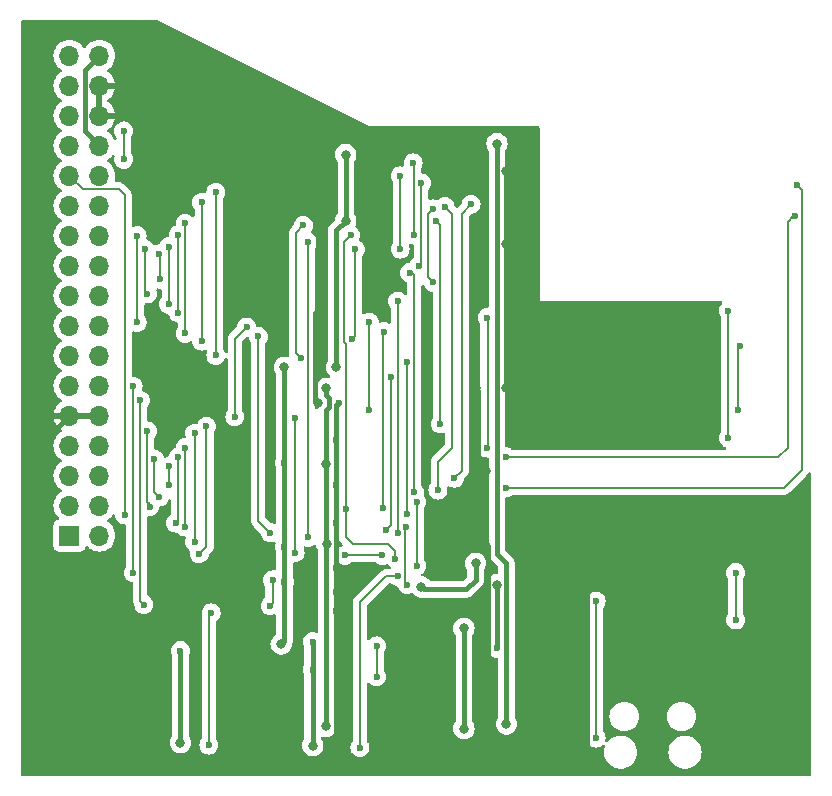
<source format=gbl>
G04 #@! TF.GenerationSoftware,KiCad,Pcbnew,8.0.9*
G04 #@! TF.CreationDate,2025-05-10T12:34:34+01:00*
G04 #@! TF.ProjectId,megaflash,6d656761-666c-4617-9368-2e6b69636164,rev?*
G04 #@! TF.SameCoordinates,Original*
G04 #@! TF.FileFunction,Copper,L2,Bot*
G04 #@! TF.FilePolarity,Positive*
%FSLAX46Y46*%
G04 Gerber Fmt 4.6, Leading zero omitted, Abs format (unit mm)*
G04 Created by KiCad (PCBNEW 8.0.9) date 2025-05-10 12:34:34*
%MOMM*%
%LPD*%
G01*
G04 APERTURE LIST*
G04 #@! TA.AperFunction,ComponentPad*
%ADD10R,1.700000X1.700000*%
G04 #@! TD*
G04 #@! TA.AperFunction,ComponentPad*
%ADD11O,1.700000X1.700000*%
G04 #@! TD*
G04 #@! TA.AperFunction,ViaPad*
%ADD12C,0.800000*%
G04 #@! TD*
G04 #@! TA.AperFunction,ViaPad*
%ADD13C,0.600000*%
G04 #@! TD*
G04 #@! TA.AperFunction,Conductor*
%ADD14C,0.400000*%
G04 #@! TD*
G04 #@! TA.AperFunction,Conductor*
%ADD15C,0.200000*%
G04 #@! TD*
G04 APERTURE END LIST*
D10*
X71600000Y-93660000D03*
D11*
X74140000Y-93660000D03*
X71600000Y-91120000D03*
X74140000Y-91120000D03*
X71600000Y-88580000D03*
X74140000Y-88580000D03*
X71600000Y-86040000D03*
X74140000Y-86040000D03*
X71600000Y-83500000D03*
X74140000Y-83500000D03*
X71600000Y-80960000D03*
X74140000Y-80960000D03*
X71600000Y-78420000D03*
X74140000Y-78420000D03*
X71600000Y-75880000D03*
X74140000Y-75880000D03*
X71600000Y-73340000D03*
X74140000Y-73340000D03*
X71600000Y-70800000D03*
X74140000Y-70800000D03*
X71600000Y-68260000D03*
X74140000Y-68260000D03*
X71600000Y-65720000D03*
X74140000Y-65720000D03*
X71600000Y-63180000D03*
X74140000Y-63180000D03*
X71600000Y-60640000D03*
X74140000Y-60640000D03*
X71600000Y-58100000D03*
X74140000Y-58100000D03*
X71600000Y-55560000D03*
X74140000Y-55560000D03*
X71600000Y-53020000D03*
X74140000Y-53020000D03*
D12*
X94000000Y-113200000D03*
D13*
X94200000Y-89400000D03*
X94200000Y-85600000D03*
D12*
X106799994Y-94329994D03*
X92630000Y-82400000D03*
X106999992Y-107400000D03*
X69800000Y-98200000D03*
D13*
X69800000Y-111200000D03*
X92630000Y-71600000D03*
X104800000Y-112800000D03*
D12*
X108600000Y-81200000D03*
D13*
X94390000Y-82442808D03*
X115400000Y-112800000D03*
D12*
X106870000Y-88200000D03*
D13*
X94200000Y-98400000D03*
X115400000Y-94400000D03*
D12*
X92400000Y-58800000D03*
D13*
X94200000Y-92600000D03*
X115400000Y-107050000D03*
D12*
X106000000Y-81200000D03*
X108600000Y-69000000D03*
D13*
X94200000Y-96400000D03*
D12*
X108600000Y-62830000D03*
D13*
X94200000Y-100000000D03*
D12*
X107800000Y-97800000D03*
D13*
X107830000Y-103200000D03*
D12*
X92200000Y-111430000D03*
D13*
X92200000Y-102625000D03*
X92200000Y-105000000D03*
D12*
X89528666Y-102845000D03*
X94200000Y-79400000D03*
X101400000Y-98000000D03*
D13*
X89800000Y-97600000D03*
D12*
X81000000Y-111200000D03*
X106000000Y-96000000D03*
X95000000Y-61400000D03*
D13*
X89800000Y-87500000D03*
D12*
X89800000Y-79400000D03*
D13*
X89800000Y-94600000D03*
X81000000Y-103400004D03*
D12*
X95000000Y-67000000D03*
X93400000Y-94400000D03*
X93330000Y-109818000D03*
X93330000Y-87600000D03*
X105000000Y-110000000D03*
X93330000Y-81200000D03*
X105000000Y-101500000D03*
X108600000Y-109600000D03*
X107800000Y-60473591D03*
D13*
X82600000Y-95200000D03*
X83200000Y-84400000D03*
X79200000Y-90400000D03*
X78800000Y-87200000D03*
X78200001Y-73199999D03*
X78000000Y-69400000D03*
X81400000Y-67200000D03*
X81400000Y-76540000D03*
X80600000Y-92603000D03*
X80800000Y-87000000D03*
X80000000Y-69200000D03*
X80000000Y-74070000D03*
X84000000Y-78400000D03*
X84000000Y-64600000D03*
X82800000Y-65447500D03*
X82799999Y-77199999D03*
X99600000Y-63200000D03*
X99600000Y-69400000D03*
X95560000Y-77000000D03*
X87600000Y-76800000D03*
X88600000Y-93417500D03*
X95800000Y-69400000D03*
X79200000Y-69800000D03*
X79250000Y-71950000D03*
X80000000Y-89400000D03*
X80000000Y-87800000D03*
X77900000Y-99500000D03*
X88800000Y-97400000D03*
X77600000Y-82200000D03*
X88600000Y-99600000D03*
X76270000Y-91900000D03*
X77340000Y-75600000D03*
X77340000Y-68260000D03*
X80800000Y-68200000D03*
X80800000Y-74800000D03*
X102400000Y-72220000D03*
X102400000Y-66000000D03*
X81400000Y-92930000D03*
X81400000Y-86200000D03*
X77000000Y-96800000D03*
X77000000Y-81000000D03*
X91200000Y-78600000D03*
X91400000Y-67400000D03*
X82200000Y-94200000D03*
X82200000Y-85000000D03*
X100700000Y-62100000D03*
X76200000Y-59400000D03*
X100800012Y-68200012D03*
X91800000Y-93800000D03*
X91800000Y-68800000D03*
X76200000Y-61800000D03*
X78400000Y-91200000D03*
X78200000Y-84800000D03*
X101200000Y-70800000D03*
X101400000Y-63800000D03*
X99400000Y-73800000D03*
X99400000Y-93400000D03*
X85600000Y-83600000D03*
X90702500Y-95102500D03*
X86600000Y-76000000D03*
X94902500Y-95322500D03*
X90702500Y-83697500D03*
X98097500Y-95322500D03*
X99200000Y-95600000D03*
X95400000Y-68200000D03*
X95000000Y-91400000D03*
X104200000Y-88800000D03*
X105600000Y-65600000D03*
X100200000Y-91800000D03*
X100200000Y-79000000D03*
X97000000Y-75600000D03*
X97000000Y-83000000D03*
X100800000Y-90000000D03*
X100400000Y-71400000D03*
X98400000Y-93200000D03*
X98800012Y-80200000D03*
X108600000Y-87000000D03*
X133000000Y-66600000D03*
X100107245Y-92928504D03*
X100200000Y-97800000D03*
X127400000Y-85400000D03*
X127400000Y-74600000D03*
X101000000Y-96200000D03*
X101000000Y-90800000D03*
X133200000Y-64000000D03*
X108600000Y-89600000D03*
X128400000Y-77600000D03*
X128200000Y-83000000D03*
X98200000Y-76400000D03*
X98117500Y-91317500D03*
X106970000Y-75200000D03*
X106970000Y-86237498D03*
X102800000Y-89800000D03*
X103400000Y-65800000D03*
X102670000Y-67000000D03*
X103000000Y-84190000D03*
X96200000Y-111600000D03*
X99400000Y-97100000D03*
X83600000Y-100200000D03*
X128000000Y-100800000D03*
X83400000Y-111400000D03*
X127999982Y-96800000D03*
X116200000Y-99200000D03*
X116200000Y-110800000D03*
X97600000Y-103000000D03*
X97600000Y-105600000D03*
D14*
X94200000Y-113000000D02*
X94000000Y-113200000D01*
X69800000Y-98200000D02*
X69800000Y-102200000D01*
X108600000Y-81200000D02*
X108600000Y-69000000D01*
X115400000Y-107050000D02*
X115400000Y-94400000D01*
X94200000Y-85600000D02*
X94200000Y-89400000D01*
X94200000Y-92600000D02*
X94200000Y-96400000D01*
X94200000Y-98400000D02*
X94200000Y-100000000D01*
X108600000Y-62830000D02*
X108600000Y-69000000D01*
X74140000Y-55560000D02*
X74140000Y-58100000D01*
X69800000Y-88800000D02*
X69800000Y-98200000D01*
X106870000Y-88070000D02*
X106200000Y-87400000D01*
X94200000Y-100000000D02*
X94200000Y-112800000D01*
X107000006Y-94530006D02*
X107000006Y-107399986D01*
X92400000Y-58800000D02*
X92630000Y-59030000D01*
X94200000Y-82632808D02*
X94390000Y-82442808D01*
X104800000Y-112800000D02*
X106999992Y-110600008D01*
X94200000Y-89400000D02*
X94200000Y-92600000D01*
X92400000Y-74800000D02*
X92400000Y-82170000D01*
X106870000Y-94400000D02*
X106799994Y-94329994D01*
X69800000Y-102200000D02*
X69800000Y-102400000D01*
X94200000Y-85600000D02*
X94200000Y-82632808D01*
X106799994Y-94329994D02*
X107000006Y-94530006D01*
X92630000Y-59030000D02*
X92630000Y-71600000D01*
X69800000Y-85300000D02*
X69800000Y-88800000D01*
X94200000Y-112800000D02*
X94200000Y-113000000D01*
X92630000Y-71600000D02*
X92630000Y-74570000D01*
X106870000Y-88200000D02*
X106870000Y-88070000D01*
X92630000Y-74570000D02*
X92400000Y-74800000D01*
X106999992Y-110600008D02*
X106999992Y-107400000D01*
X106200000Y-87400000D02*
X106200000Y-81400000D01*
X115400000Y-107050000D02*
X115400000Y-112800000D01*
X94200000Y-96400000D02*
X94200000Y-98400000D01*
X107000006Y-107399986D02*
X106999992Y-107400000D01*
X92400000Y-82170000D02*
X92630000Y-82400000D01*
X106200000Y-81400000D02*
X106000000Y-81200000D01*
X106870000Y-88200000D02*
X106870000Y-94400000D01*
X69800000Y-102200000D02*
X69800000Y-111200000D01*
X71600000Y-83500000D02*
X69800000Y-85300000D01*
X92200000Y-105000000D02*
X92200000Y-111430000D01*
X92200000Y-102625000D02*
X92200000Y-105000000D01*
X107800000Y-103170000D02*
X107830000Y-103200000D01*
X107800000Y-97800000D02*
X107800000Y-103170000D01*
X105200000Y-98200000D02*
X106000000Y-97400000D01*
X89800000Y-94600000D02*
X89800000Y-97600000D01*
X101400000Y-98000000D02*
X101600000Y-98200000D01*
X89800000Y-97600000D02*
X89800000Y-102573666D01*
X106000000Y-97400000D02*
X106000000Y-96000000D01*
X95000000Y-67000000D02*
X95000000Y-61400000D01*
X95000000Y-67000000D02*
X94200000Y-67800000D01*
X101600000Y-98200000D02*
X105200000Y-98200000D01*
X94200000Y-67800000D02*
X94200000Y-79400000D01*
X89800000Y-94600000D02*
X89800000Y-79400000D01*
X81000000Y-111200000D02*
X81000000Y-103400004D01*
X89800000Y-102573666D02*
X89528666Y-102845000D01*
X105000000Y-110000000D02*
X105000000Y-101500000D01*
X93330000Y-87600000D02*
X93330000Y-109818000D01*
X93330000Y-81784781D02*
X93560000Y-82014781D01*
X93330000Y-83015219D02*
X93330000Y-87600000D01*
X93560000Y-82785219D02*
X93330000Y-83015219D01*
X93560000Y-82014781D02*
X93560000Y-82785219D01*
X93330000Y-81200000D02*
X93330000Y-81784781D01*
X72890000Y-54270000D02*
X72890000Y-59390000D01*
X74140000Y-53020000D02*
X72890000Y-54270000D01*
X72890000Y-59390000D02*
X74140000Y-60640000D01*
X107800000Y-95200000D02*
X107800000Y-60473591D01*
X108600000Y-96000000D02*
X107800000Y-95200000D01*
X108600000Y-109600000D02*
X108600000Y-96000000D01*
D15*
X82600000Y-95200000D02*
X83200000Y-94600000D01*
X83200000Y-94600000D02*
X83200000Y-91000000D01*
X83200000Y-91000000D02*
X83200000Y-84400000D01*
X78800000Y-90000000D02*
X79200000Y-90400000D01*
X78800000Y-87200000D02*
X78800000Y-90000000D01*
X78000000Y-69400000D02*
X78000000Y-72999998D01*
X78000000Y-72999998D02*
X78200001Y-73199999D01*
X81400000Y-67200000D02*
X81400000Y-76540000D01*
X80800000Y-92403000D02*
X80600000Y-92603000D01*
X80800000Y-87000000D02*
X80800000Y-92403000D01*
X80000000Y-69200000D02*
X80000000Y-74070000D01*
X84000000Y-78400000D02*
X84000000Y-64600000D01*
X82800000Y-77199998D02*
X82799999Y-77199999D01*
X82800000Y-65447500D02*
X82800000Y-77199998D01*
X87600000Y-92417500D02*
X88600000Y-93417500D01*
X95800000Y-69400000D02*
X95800000Y-76760000D01*
X99600000Y-69400000D02*
X99600000Y-63200000D01*
X87600000Y-76800000D02*
X87600000Y-92417500D01*
X95800000Y-76760000D02*
X95560000Y-77000000D01*
X79250000Y-71950000D02*
X79250000Y-69850000D01*
X79250000Y-69850000D02*
X79200000Y-69800000D01*
X80000000Y-87800000D02*
X80000000Y-89400000D01*
X77600000Y-99200000D02*
X77900000Y-99500000D01*
X88800000Y-99400000D02*
X88600000Y-99600000D01*
X77600000Y-82200000D02*
X77600000Y-99200000D01*
X77900000Y-99500000D02*
X78000000Y-99600000D01*
X88800000Y-97400000D02*
X88800000Y-99400000D01*
X76300000Y-91900000D02*
X76270000Y-91900000D01*
X71600000Y-63180000D02*
X72750000Y-64330000D01*
X75800000Y-64330000D02*
X76270000Y-64800000D01*
X76270000Y-64800000D02*
X76270000Y-91900000D01*
X72750000Y-64330000D02*
X75800000Y-64330000D01*
X76400000Y-92000000D02*
X76300000Y-91900000D01*
X77340000Y-68260000D02*
X77340000Y-75600000D01*
X80800000Y-74800000D02*
X80800000Y-68200000D01*
X102400000Y-66000000D02*
X101940000Y-66460000D01*
X101940000Y-66460000D02*
X101940000Y-71760000D01*
X101940000Y-71760000D02*
X102400000Y-72220000D01*
X81400000Y-86200000D02*
X81400000Y-92930000D01*
X77000000Y-81000000D02*
X77000000Y-96800000D01*
X91200000Y-78600000D02*
X90800000Y-78200000D01*
X90800000Y-78200000D02*
X90800000Y-68000000D01*
X90800000Y-68000000D02*
X91400000Y-67400000D01*
X82200000Y-85000000D02*
X82200000Y-94200000D01*
X100800012Y-68200012D02*
X100800012Y-62200012D01*
X76200000Y-59400000D02*
X76200000Y-61800000D01*
X91800000Y-68800000D02*
X91800000Y-93800000D01*
X100800012Y-62200012D02*
X100700000Y-62100000D01*
X78200000Y-84800000D02*
X78200000Y-90800000D01*
X78200000Y-90800000D02*
X78400000Y-91000000D01*
X78400000Y-91000000D02*
X78400000Y-91200000D01*
X101400000Y-70600000D02*
X101200000Y-70800000D01*
X101400000Y-63800000D02*
X101400000Y-70600000D01*
X99400000Y-93400000D02*
X99400000Y-73800000D01*
X90800000Y-95200000D02*
X90702500Y-95102500D01*
X94902500Y-95322500D02*
X98097500Y-95322500D01*
X90702500Y-83697500D02*
X90702500Y-95102500D01*
X86600000Y-76000000D02*
X85600000Y-77000000D01*
X85600000Y-77000000D02*
X85600000Y-83600000D01*
X95000000Y-91400000D02*
X95000000Y-93800000D01*
X94830000Y-68770000D02*
X94830000Y-77302376D01*
X95000000Y-93800000D02*
X95600000Y-94400000D01*
X98600000Y-94400000D02*
X99200000Y-95000000D01*
X99200000Y-95000000D02*
X99200000Y-95600000D01*
X95400000Y-68200000D02*
X94830000Y-68770000D01*
X95000000Y-77472376D02*
X95000000Y-91400000D01*
X94830000Y-77302376D02*
X95000000Y-77472376D01*
X95600000Y-94400000D02*
X98600000Y-94400000D01*
X104800000Y-66400000D02*
X105600000Y-65600000D01*
X104200000Y-88800000D02*
X104800000Y-88200000D01*
X104800000Y-88200000D02*
X104800000Y-66400000D01*
X100200000Y-91800000D02*
X100200000Y-79000000D01*
X97000000Y-83000000D02*
X97000000Y-75600000D01*
X100800000Y-71600000D02*
X100600000Y-71400000D01*
X100600000Y-71400000D02*
X100400000Y-71400000D01*
X100800000Y-90000000D02*
X100800000Y-71600000D01*
X98800000Y-80200012D02*
X98800012Y-80200000D01*
X98800000Y-92800000D02*
X98800000Y-80200012D01*
X98400000Y-93200000D02*
X98800000Y-92800000D01*
X132400000Y-86200000D02*
X132400000Y-67069970D01*
X132869970Y-66600000D02*
X133000000Y-66600000D01*
X108600000Y-87000000D02*
X131600000Y-87000000D01*
X131600000Y-87000000D02*
X132400000Y-86200000D01*
X132400000Y-67069970D02*
X132869970Y-66600000D01*
X100000000Y-93035749D02*
X100107245Y-92928504D01*
X100200000Y-97800000D02*
X100000000Y-97600000D01*
X100000000Y-97600000D02*
X100000000Y-93035749D01*
X127400000Y-85400000D02*
X127400000Y-74600000D01*
X101000000Y-96200000D02*
X101000000Y-90800000D01*
X132100000Y-89600000D02*
X133600000Y-88100000D01*
X133600000Y-88100000D02*
X133600000Y-64400000D01*
X108600000Y-89600000D02*
X132100000Y-89600000D01*
X133600000Y-64400000D02*
X133200000Y-64000000D01*
X128200000Y-77800000D02*
X128400000Y-77600000D01*
X128200000Y-83000000D02*
X128200000Y-77800000D01*
X98117500Y-76482500D02*
X98200000Y-76400000D01*
X98117500Y-91317500D02*
X98117500Y-76482500D01*
X107000000Y-86207498D02*
X107000000Y-75230000D01*
X107000000Y-75230000D02*
X106970000Y-75200000D01*
X106970000Y-86237498D02*
X107000000Y-86207498D01*
X104000000Y-86200000D02*
X102800000Y-87400000D01*
X104000000Y-66400000D02*
X104000000Y-86200000D01*
X103400000Y-65800000D02*
X104000000Y-66400000D01*
X102800000Y-87400000D02*
X102800000Y-89800000D01*
X102670000Y-67000000D02*
X103000000Y-67330000D01*
X103000000Y-67330000D02*
X103000000Y-84190000D01*
X96200000Y-99300000D02*
X98400000Y-97100000D01*
X98400000Y-97100000D02*
X99400000Y-97100000D01*
X96200000Y-111600000D02*
X96200000Y-99300000D01*
X83400000Y-100400000D02*
X83600000Y-100200000D01*
X83400000Y-111400000D02*
X83400000Y-100400000D01*
X128000000Y-96800018D02*
X127999982Y-96800000D01*
X128000000Y-100800000D02*
X128000000Y-96800018D01*
X116200000Y-110800000D02*
X116200000Y-99200000D01*
X97600000Y-103000000D02*
X97600000Y-105600000D01*
G04 #@! TA.AperFunction,Conductor*
G36*
X94483369Y-94129574D02*
G01*
X94513852Y-94162785D01*
X94514530Y-94162265D01*
X94519481Y-94168717D01*
X94638349Y-94287585D01*
X94638355Y-94287590D01*
X94705673Y-94354908D01*
X94739158Y-94416231D01*
X94734174Y-94485923D01*
X94692302Y-94541856D01*
X94658946Y-94559631D01*
X94552978Y-94596710D01*
X94481772Y-94641452D01*
X94414535Y-94660452D01*
X94347700Y-94640084D01*
X94302486Y-94586816D01*
X94292479Y-94523501D01*
X94305460Y-94400000D01*
X94289087Y-94244218D01*
X94301655Y-94175494D01*
X94349387Y-94124470D01*
X94417127Y-94107352D01*
X94483369Y-94129574D01*
G37*
G04 #@! TD.AperFunction*
G04 #@! TA.AperFunction,Conductor*
G36*
X94235703Y-91689136D02*
G01*
X94271542Y-91741895D01*
X94274210Y-91749521D01*
X94295152Y-91782849D01*
X94334052Y-91844759D01*
X94370185Y-91902263D01*
X94372445Y-91905097D01*
X94373334Y-91907275D01*
X94373889Y-91908158D01*
X94373734Y-91908255D01*
X94398855Y-91969783D01*
X94399500Y-91982412D01*
X94399500Y-93713330D01*
X94399499Y-93713348D01*
X94399499Y-93867408D01*
X94379814Y-93934447D01*
X94327010Y-93980202D01*
X94257852Y-93990146D01*
X94194296Y-93961121D01*
X94168112Y-93929408D01*
X94152797Y-93902883D01*
X94132533Y-93867784D01*
X94085204Y-93815220D01*
X94062350Y-93789837D01*
X94032120Y-93726845D01*
X94030500Y-93706865D01*
X94030500Y-91782849D01*
X94050185Y-91715810D01*
X94102989Y-91670055D01*
X94172147Y-91660111D01*
X94235703Y-91689136D01*
G37*
G04 #@! TD.AperFunction*
G04 #@! TA.AperFunction,Conductor*
G36*
X94330208Y-87894123D02*
G01*
X94381685Y-87941366D01*
X94399500Y-88005402D01*
X94399500Y-90817587D01*
X94379815Y-90884626D01*
X94372450Y-90894896D01*
X94370186Y-90897734D01*
X94274209Y-91050479D01*
X94271541Y-91058106D01*
X94230819Y-91114882D01*
X94165866Y-91140628D01*
X94097304Y-91127171D01*
X94046902Y-91078783D01*
X94030500Y-91017150D01*
X94030500Y-88215391D01*
X94050185Y-88148352D01*
X94062352Y-88132417D01*
X94062533Y-88132216D01*
X94157179Y-87968284D01*
X94157568Y-87967087D01*
X94157979Y-87966484D01*
X94159825Y-87962341D01*
X94160582Y-87962678D01*
X94197004Y-87909411D01*
X94261362Y-87882211D01*
X94330208Y-87894123D01*
G37*
G04 #@! TD.AperFunction*
G04 #@! TA.AperFunction,Conductor*
G36*
X94358362Y-83106209D02*
G01*
X94395082Y-83165652D01*
X94399500Y-83198458D01*
X94399500Y-87194597D01*
X94379815Y-87261636D01*
X94327011Y-87307391D01*
X94257853Y-87317335D01*
X94194297Y-87288310D01*
X94160511Y-87237353D01*
X94159825Y-87237659D01*
X94158007Y-87233577D01*
X94157569Y-87232916D01*
X94157180Y-87231719D01*
X94157179Y-87231718D01*
X94157179Y-87231716D01*
X94062533Y-87067784D01*
X94062344Y-87067574D01*
X94062273Y-87067427D01*
X94058714Y-87062528D01*
X94059610Y-87061876D01*
X94032119Y-87004580D01*
X94030500Y-86984608D01*
X94030500Y-83356738D01*
X94050185Y-83289699D01*
X94066820Y-83269056D01*
X94104112Y-83231764D01*
X94104114Y-83231762D01*
X94172397Y-83129567D01*
X94226009Y-83084762D01*
X94295334Y-83076055D01*
X94358362Y-83106209D01*
G37*
G04 #@! TD.AperFunction*
G04 #@! TA.AperFunction,Conductor*
G36*
X73674075Y-83307007D02*
G01*
X73640000Y-83434174D01*
X73640000Y-83565826D01*
X73674075Y-83692993D01*
X73706988Y-83750000D01*
X72033012Y-83750000D01*
X72065925Y-83692993D01*
X72100000Y-83565826D01*
X72100000Y-83434174D01*
X72065925Y-83307007D01*
X72033012Y-83250000D01*
X73706988Y-83250000D01*
X73674075Y-83307007D01*
G37*
G04 #@! TD.AperFunction*
G04 #@! TA.AperFunction,Conductor*
G36*
X92605703Y-81867794D02*
G01*
X92643477Y-81926572D01*
X92646117Y-81937315D01*
X92656418Y-81989103D01*
X92656421Y-81989113D01*
X92709222Y-82116588D01*
X92785887Y-82231326D01*
X92785888Y-82231327D01*
X92823180Y-82268618D01*
X92856666Y-82329940D01*
X92859500Y-82356300D01*
X92859500Y-82443699D01*
X92839815Y-82510738D01*
X92823181Y-82531380D01*
X92785888Y-82568672D01*
X92785887Y-82568673D01*
X92758496Y-82609667D01*
X92731228Y-82650478D01*
X92709225Y-82683408D01*
X92709222Y-82683413D01*
X92656421Y-82810886D01*
X92656418Y-82810896D01*
X92646117Y-82862685D01*
X92613732Y-82924596D01*
X92553016Y-82959170D01*
X92483247Y-82955430D01*
X92426575Y-82914563D01*
X92400993Y-82849545D01*
X92400500Y-82838493D01*
X92400500Y-81961507D01*
X92420185Y-81894468D01*
X92472989Y-81848713D01*
X92542147Y-81838769D01*
X92605703Y-81867794D01*
G37*
G04 #@! TD.AperFunction*
G04 #@! TA.AperFunction,Conductor*
G36*
X74390000Y-57666988D02*
G01*
X74332993Y-57634075D01*
X74205826Y-57600000D01*
X74074174Y-57600000D01*
X73947007Y-57634075D01*
X73890000Y-57666988D01*
X73890000Y-55993012D01*
X73947007Y-56025925D01*
X74074174Y-56060000D01*
X74205826Y-56060000D01*
X74332993Y-56025925D01*
X74390000Y-55993012D01*
X74390000Y-57666988D01*
G37*
G04 #@! TD.AperFunction*
G04 #@! TA.AperFunction,Conductor*
G36*
X79026182Y-50013091D02*
G01*
X96999999Y-59000000D01*
X97000000Y-59000000D01*
X111276000Y-59000000D01*
X111343039Y-59019685D01*
X111388794Y-59072489D01*
X111400000Y-59124000D01*
X111400000Y-73800000D01*
X126768560Y-73800000D01*
X126835599Y-73819685D01*
X126881354Y-73872489D01*
X126891298Y-73941647D01*
X126862273Y-74005203D01*
X126856241Y-74011681D01*
X126770184Y-74097737D01*
X126674211Y-74250476D01*
X126614631Y-74420745D01*
X126614630Y-74420750D01*
X126594435Y-74599996D01*
X126594435Y-74600003D01*
X126614630Y-74779249D01*
X126614631Y-74779254D01*
X126674211Y-74949523D01*
X126724910Y-75030209D01*
X126767341Y-75097738D01*
X126770185Y-75102263D01*
X126772445Y-75105097D01*
X126773334Y-75107275D01*
X126773889Y-75108158D01*
X126773734Y-75108255D01*
X126798855Y-75169783D01*
X126799500Y-75182412D01*
X126799500Y-84817587D01*
X126779815Y-84884626D01*
X126772450Y-84894896D01*
X126770186Y-84897734D01*
X126674211Y-85050476D01*
X126614631Y-85220745D01*
X126614630Y-85220750D01*
X126594435Y-85399996D01*
X126594435Y-85400003D01*
X126614630Y-85579249D01*
X126614631Y-85579254D01*
X126674211Y-85749523D01*
X126768701Y-85899902D01*
X126770184Y-85902262D01*
X126897738Y-86029816D01*
X126965526Y-86072410D01*
X127050478Y-86125789D01*
X127143840Y-86158458D01*
X127200617Y-86199180D01*
X127226364Y-86264133D01*
X127212908Y-86332694D01*
X127164521Y-86383097D01*
X127102886Y-86399500D01*
X109182412Y-86399500D01*
X109115373Y-86379815D01*
X109105097Y-86372445D01*
X109102263Y-86370185D01*
X109102262Y-86370184D01*
X109025952Y-86322235D01*
X108949523Y-86274211D01*
X108779254Y-86214631D01*
X108779250Y-86214630D01*
X108610616Y-86195630D01*
X108546202Y-86168563D01*
X108506647Y-86110968D01*
X108500500Y-86072410D01*
X108500500Y-61088982D01*
X108520185Y-61021943D01*
X108532352Y-61006008D01*
X108532533Y-61005807D01*
X108627179Y-60841875D01*
X108685674Y-60661847D01*
X108705460Y-60473591D01*
X108685674Y-60285335D01*
X108631112Y-60117414D01*
X108627181Y-60105313D01*
X108627180Y-60105312D01*
X108627179Y-60105307D01*
X108532533Y-59941375D01*
X108405871Y-59800703D01*
X108405870Y-59800702D01*
X108252734Y-59689442D01*
X108252729Y-59689439D01*
X108079807Y-59612448D01*
X108079802Y-59612446D01*
X107934001Y-59581456D01*
X107894646Y-59573091D01*
X107705354Y-59573091D01*
X107672897Y-59579989D01*
X107520197Y-59612446D01*
X107520192Y-59612448D01*
X107347270Y-59689439D01*
X107347265Y-59689442D01*
X107194129Y-59800702D01*
X107067466Y-59941376D01*
X106972821Y-60105306D01*
X106972818Y-60105313D01*
X106914327Y-60285331D01*
X106914326Y-60285335D01*
X106894540Y-60473591D01*
X106914326Y-60661847D01*
X106914327Y-60661850D01*
X106972818Y-60841868D01*
X106972821Y-60841875D01*
X107067466Y-61005806D01*
X107067648Y-61006008D01*
X107067716Y-61006150D01*
X107071285Y-61011062D01*
X107070386Y-61011714D01*
X107097879Y-61068999D01*
X107099500Y-61088982D01*
X107099500Y-74270435D01*
X107079815Y-74337474D01*
X107027011Y-74383229D01*
X106975500Y-74394435D01*
X106969996Y-74394435D01*
X106790750Y-74414630D01*
X106790745Y-74414631D01*
X106620476Y-74474211D01*
X106467737Y-74570184D01*
X106340184Y-74697737D01*
X106244211Y-74850476D01*
X106184631Y-75020745D01*
X106184630Y-75020750D01*
X106164435Y-75199996D01*
X106164435Y-75200003D01*
X106184630Y-75379249D01*
X106184631Y-75379254D01*
X106244211Y-75549523D01*
X106340184Y-75702262D01*
X106363181Y-75725259D01*
X106396666Y-75786582D01*
X106399500Y-75812940D01*
X106399500Y-85624558D01*
X106379815Y-85691597D01*
X106363181Y-85712239D01*
X106340184Y-85735235D01*
X106244211Y-85887974D01*
X106184631Y-86058243D01*
X106184630Y-86058248D01*
X106164435Y-86237494D01*
X106164435Y-86237501D01*
X106184630Y-86416747D01*
X106184631Y-86416752D01*
X106244211Y-86587021D01*
X106313779Y-86697737D01*
X106340184Y-86739760D01*
X106467738Y-86867314D01*
X106620478Y-86963287D01*
X106681410Y-86984608D01*
X106790745Y-87022866D01*
X106790750Y-87022867D01*
X106969997Y-87043063D01*
X106975500Y-87043063D01*
X107042539Y-87062748D01*
X107088294Y-87115552D01*
X107099500Y-87167063D01*
X107099500Y-95131006D01*
X107099500Y-95268994D01*
X107099500Y-95268996D01*
X107099499Y-95268996D01*
X107126418Y-95404322D01*
X107126421Y-95404332D01*
X107179222Y-95531807D01*
X107255887Y-95646545D01*
X107255888Y-95646546D01*
X107863181Y-96253838D01*
X107896666Y-96315161D01*
X107899500Y-96341519D01*
X107899500Y-96775500D01*
X107879815Y-96842539D01*
X107827011Y-96888294D01*
X107775500Y-96899500D01*
X107705354Y-96899500D01*
X107672897Y-96906398D01*
X107520197Y-96938855D01*
X107520192Y-96938857D01*
X107347270Y-97015848D01*
X107347265Y-97015851D01*
X107194129Y-97127111D01*
X107067466Y-97267785D01*
X106972821Y-97431715D01*
X106972819Y-97431719D01*
X106939497Y-97534275D01*
X106900059Y-97591950D01*
X106887976Y-97597056D01*
X106895398Y-97605028D01*
X106907835Y-97673493D01*
X106894540Y-97800000D01*
X106914326Y-97988256D01*
X106914327Y-97988259D01*
X106972818Y-98168277D01*
X106972821Y-98168284D01*
X107067466Y-98332215D01*
X107067648Y-98332417D01*
X107067716Y-98332559D01*
X107071285Y-98337471D01*
X107070386Y-98338123D01*
X107097879Y-98395408D01*
X107099500Y-98415391D01*
X107099500Y-102842870D01*
X107092542Y-102883824D01*
X107044632Y-103020742D01*
X107044630Y-103020750D01*
X107024435Y-103199996D01*
X107024435Y-103200003D01*
X107044630Y-103379249D01*
X107044631Y-103379254D01*
X107104211Y-103549523D01*
X107122892Y-103579253D01*
X107200184Y-103702262D01*
X107327738Y-103829816D01*
X107480478Y-103925789D01*
X107650745Y-103985368D01*
X107650750Y-103985369D01*
X107789383Y-104000989D01*
X107853797Y-104028055D01*
X107893352Y-104085650D01*
X107899500Y-104124209D01*
X107899500Y-108984608D01*
X107879815Y-109051647D01*
X107867656Y-109067574D01*
X107867468Y-109067782D01*
X107867464Y-109067787D01*
X107772821Y-109231715D01*
X107772818Y-109231722D01*
X107714327Y-109411740D01*
X107714326Y-109411744D01*
X107694540Y-109600000D01*
X107714326Y-109788256D01*
X107714327Y-109788259D01*
X107772818Y-109968277D01*
X107772821Y-109968284D01*
X107867467Y-110132216D01*
X107934088Y-110206206D01*
X107994129Y-110272888D01*
X108147265Y-110384148D01*
X108147270Y-110384151D01*
X108320192Y-110461142D01*
X108320197Y-110461144D01*
X108505354Y-110500500D01*
X108505355Y-110500500D01*
X108694644Y-110500500D01*
X108694646Y-110500500D01*
X108879803Y-110461144D01*
X109052730Y-110384151D01*
X109205871Y-110272888D01*
X109332533Y-110132216D01*
X109427179Y-109968284D01*
X109485674Y-109788256D01*
X109505460Y-109600000D01*
X109485674Y-109411744D01*
X109427179Y-109231716D01*
X109332533Y-109067784D01*
X109332344Y-109067574D01*
X109332273Y-109067427D01*
X109328714Y-109062528D01*
X109329610Y-109061876D01*
X109302119Y-109004580D01*
X109300500Y-108984608D01*
X109300500Y-99199996D01*
X115394435Y-99199996D01*
X115394435Y-99200003D01*
X115414630Y-99379249D01*
X115414631Y-99379254D01*
X115474211Y-99549523D01*
X115505926Y-99599996D01*
X115567341Y-99697738D01*
X115570185Y-99702263D01*
X115572445Y-99705097D01*
X115573334Y-99707275D01*
X115573889Y-99708158D01*
X115573734Y-99708255D01*
X115598855Y-99769783D01*
X115599500Y-99782412D01*
X115599500Y-110217587D01*
X115579815Y-110284626D01*
X115572450Y-110294896D01*
X115570186Y-110297734D01*
X115474211Y-110450476D01*
X115414631Y-110620745D01*
X115414630Y-110620750D01*
X115394435Y-110799996D01*
X115394435Y-110800003D01*
X115414630Y-110979249D01*
X115414631Y-110979254D01*
X115474211Y-111149523D01*
X115537646Y-111250478D01*
X115570184Y-111302262D01*
X115697738Y-111429816D01*
X115850478Y-111525789D01*
X115901662Y-111543699D01*
X116020745Y-111585368D01*
X116020750Y-111585369D01*
X116199996Y-111605565D01*
X116200000Y-111605565D01*
X116200004Y-111605565D01*
X116379249Y-111585369D01*
X116379252Y-111585368D01*
X116379255Y-111585368D01*
X116549522Y-111525789D01*
X116702262Y-111429816D01*
X116759249Y-111372828D01*
X116820568Y-111339346D01*
X116890260Y-111344330D01*
X116946194Y-111386201D01*
X116970611Y-111451665D01*
X116960484Y-111510320D01*
X116945842Y-111543699D01*
X116888866Y-111768691D01*
X116888864Y-111768702D01*
X116869700Y-111999993D01*
X116869700Y-112000006D01*
X116888864Y-112231297D01*
X116888866Y-112231308D01*
X116945842Y-112456300D01*
X117039075Y-112668848D01*
X117166016Y-112863147D01*
X117166019Y-112863151D01*
X117166021Y-112863153D01*
X117323216Y-113033913D01*
X117323219Y-113033915D01*
X117323222Y-113033918D01*
X117506365Y-113176464D01*
X117506371Y-113176468D01*
X117506374Y-113176470D01*
X117710497Y-113286936D01*
X117824487Y-113326068D01*
X117930015Y-113362297D01*
X117930017Y-113362297D01*
X117930019Y-113362298D01*
X118158951Y-113400500D01*
X118158952Y-113400500D01*
X118391048Y-113400500D01*
X118391049Y-113400500D01*
X118619981Y-113362298D01*
X118839503Y-113286936D01*
X119043626Y-113176470D01*
X119226784Y-113033913D01*
X119383979Y-112863153D01*
X119510924Y-112668849D01*
X119604157Y-112456300D01*
X119661134Y-112231305D01*
X119661135Y-112231297D01*
X119680300Y-112000006D01*
X119680300Y-111999993D01*
X122319700Y-111999993D01*
X122319700Y-112000006D01*
X122338864Y-112231297D01*
X122338866Y-112231308D01*
X122395842Y-112456300D01*
X122489075Y-112668848D01*
X122616016Y-112863147D01*
X122616019Y-112863151D01*
X122616021Y-112863153D01*
X122773216Y-113033913D01*
X122773219Y-113033915D01*
X122773222Y-113033918D01*
X122956365Y-113176464D01*
X122956371Y-113176468D01*
X122956374Y-113176470D01*
X123160497Y-113286936D01*
X123274487Y-113326068D01*
X123380015Y-113362297D01*
X123380017Y-113362297D01*
X123380019Y-113362298D01*
X123608951Y-113400500D01*
X123608952Y-113400500D01*
X123841048Y-113400500D01*
X123841049Y-113400500D01*
X124069981Y-113362298D01*
X124289503Y-113286936D01*
X124493626Y-113176470D01*
X124676784Y-113033913D01*
X124833979Y-112863153D01*
X124960924Y-112668849D01*
X125054157Y-112456300D01*
X125111134Y-112231305D01*
X125111135Y-112231297D01*
X125130300Y-112000006D01*
X125130300Y-111999993D01*
X125111135Y-111768702D01*
X125111133Y-111768691D01*
X125054157Y-111543699D01*
X124960924Y-111331151D01*
X124833983Y-111136852D01*
X124833980Y-111136849D01*
X124833979Y-111136847D01*
X124676784Y-110966087D01*
X124676779Y-110966083D01*
X124676777Y-110966081D01*
X124493634Y-110823535D01*
X124493628Y-110823531D01*
X124289504Y-110713064D01*
X124289495Y-110713061D01*
X124069984Y-110637702D01*
X123898282Y-110609050D01*
X123841049Y-110599500D01*
X123608951Y-110599500D01*
X123563164Y-110607140D01*
X123380015Y-110637702D01*
X123160504Y-110713061D01*
X123160495Y-110713064D01*
X122956371Y-110823531D01*
X122956365Y-110823535D01*
X122773222Y-110966081D01*
X122773219Y-110966084D01*
X122773216Y-110966086D01*
X122773216Y-110966087D01*
X122731190Y-111011740D01*
X122616016Y-111136852D01*
X122489075Y-111331151D01*
X122395842Y-111543699D01*
X122338866Y-111768691D01*
X122338864Y-111768702D01*
X122319700Y-111999993D01*
X119680300Y-111999993D01*
X119661135Y-111768702D01*
X119661133Y-111768691D01*
X119604157Y-111543699D01*
X119510924Y-111331151D01*
X119383983Y-111136852D01*
X119383980Y-111136849D01*
X119383979Y-111136847D01*
X119226784Y-110966087D01*
X119226779Y-110966083D01*
X119226777Y-110966081D01*
X119043634Y-110823535D01*
X119043628Y-110823531D01*
X118839504Y-110713064D01*
X118839495Y-110713061D01*
X118619984Y-110637702D01*
X118448282Y-110609050D01*
X118391049Y-110599500D01*
X118158951Y-110599500D01*
X118113164Y-110607140D01*
X117930015Y-110637702D01*
X117710504Y-110713061D01*
X117710495Y-110713064D01*
X117506371Y-110823531D01*
X117506365Y-110823535D01*
X117323222Y-110966081D01*
X117323219Y-110966084D01*
X117323216Y-110966086D01*
X117323216Y-110966087D01*
X117202027Y-111097734D01*
X117192142Y-111108472D01*
X117132255Y-111144462D01*
X117062417Y-111142362D01*
X117004801Y-111102838D01*
X116977699Y-111038439D01*
X116983873Y-110983527D01*
X116985368Y-110979255D01*
X116986852Y-110966084D01*
X117005565Y-110800003D01*
X117005565Y-110799996D01*
X116985369Y-110620750D01*
X116985368Y-110620745D01*
X116925789Y-110450478D01*
X116829816Y-110297738D01*
X116829814Y-110297736D01*
X116829813Y-110297734D01*
X116827550Y-110294896D01*
X116826659Y-110292715D01*
X116826111Y-110291842D01*
X116826264Y-110291745D01*
X116801144Y-110230209D01*
X116800500Y-110217587D01*
X116800500Y-108969997D01*
X117319723Y-108969997D01*
X117319723Y-108970002D01*
X117338793Y-109187975D01*
X117338793Y-109187979D01*
X117395422Y-109399322D01*
X117395424Y-109399326D01*
X117395425Y-109399330D01*
X117418923Y-109449722D01*
X117487897Y-109597638D01*
X117487898Y-109597639D01*
X117613402Y-109776877D01*
X117768123Y-109931598D01*
X117947361Y-110057102D01*
X118145670Y-110149575D01*
X118357023Y-110206207D01*
X118539926Y-110222208D01*
X118574998Y-110225277D01*
X118575000Y-110225277D01*
X118575002Y-110225277D01*
X118603254Y-110222805D01*
X118792977Y-110206207D01*
X119004330Y-110149575D01*
X119202639Y-110057102D01*
X119381877Y-109931598D01*
X119536598Y-109776877D01*
X119662102Y-109597639D01*
X119754575Y-109399330D01*
X119811207Y-109187977D01*
X119830277Y-108970000D01*
X119830277Y-108969997D01*
X122169723Y-108969997D01*
X122169723Y-108970002D01*
X122188793Y-109187975D01*
X122188793Y-109187979D01*
X122245422Y-109399322D01*
X122245424Y-109399326D01*
X122245425Y-109399330D01*
X122268923Y-109449722D01*
X122337897Y-109597638D01*
X122337898Y-109597639D01*
X122463402Y-109776877D01*
X122618123Y-109931598D01*
X122797361Y-110057102D01*
X122995670Y-110149575D01*
X123207023Y-110206207D01*
X123389926Y-110222208D01*
X123424998Y-110225277D01*
X123425000Y-110225277D01*
X123425002Y-110225277D01*
X123453254Y-110222805D01*
X123642977Y-110206207D01*
X123854330Y-110149575D01*
X124052639Y-110057102D01*
X124231877Y-109931598D01*
X124386598Y-109776877D01*
X124512102Y-109597639D01*
X124604575Y-109399330D01*
X124661207Y-109187977D01*
X124680277Y-108970000D01*
X124661207Y-108752023D01*
X124604575Y-108540670D01*
X124512102Y-108342362D01*
X124512100Y-108342359D01*
X124512099Y-108342357D01*
X124386599Y-108163124D01*
X124386596Y-108163121D01*
X124231877Y-108008402D01*
X124052639Y-107882898D01*
X124052640Y-107882898D01*
X124052638Y-107882897D01*
X123953484Y-107836661D01*
X123854330Y-107790425D01*
X123854326Y-107790424D01*
X123854322Y-107790422D01*
X123642977Y-107733793D01*
X123425002Y-107714723D01*
X123424998Y-107714723D01*
X123279682Y-107727436D01*
X123207023Y-107733793D01*
X123207020Y-107733793D01*
X122995677Y-107790422D01*
X122995668Y-107790426D01*
X122797361Y-107882898D01*
X122797357Y-107882900D01*
X122618121Y-108008402D01*
X122463402Y-108163121D01*
X122337900Y-108342357D01*
X122337898Y-108342361D01*
X122245426Y-108540668D01*
X122245422Y-108540677D01*
X122188793Y-108752020D01*
X122188793Y-108752024D01*
X122169723Y-108969997D01*
X119830277Y-108969997D01*
X119811207Y-108752023D01*
X119754575Y-108540670D01*
X119662102Y-108342362D01*
X119662100Y-108342359D01*
X119662099Y-108342357D01*
X119536599Y-108163124D01*
X119536596Y-108163121D01*
X119381877Y-108008402D01*
X119202639Y-107882898D01*
X119202640Y-107882898D01*
X119202638Y-107882897D01*
X119103484Y-107836661D01*
X119004330Y-107790425D01*
X119004326Y-107790424D01*
X119004322Y-107790422D01*
X118792977Y-107733793D01*
X118575002Y-107714723D01*
X118574998Y-107714723D01*
X118429682Y-107727436D01*
X118357023Y-107733793D01*
X118357020Y-107733793D01*
X118145677Y-107790422D01*
X118145668Y-107790426D01*
X117947361Y-107882898D01*
X117947357Y-107882900D01*
X117768121Y-108008402D01*
X117613402Y-108163121D01*
X117487900Y-108342357D01*
X117487898Y-108342361D01*
X117395426Y-108540668D01*
X117395422Y-108540677D01*
X117338793Y-108752020D01*
X117338793Y-108752024D01*
X117319723Y-108969997D01*
X116800500Y-108969997D01*
X116800500Y-99782412D01*
X116820185Y-99715373D01*
X116827555Y-99705097D01*
X116829810Y-99702267D01*
X116829816Y-99702262D01*
X116925789Y-99549522D01*
X116985368Y-99379255D01*
X116985390Y-99379060D01*
X117005565Y-99200003D01*
X117005565Y-99199996D01*
X116985369Y-99020750D01*
X116985368Y-99020745D01*
X116925789Y-98850478D01*
X116917766Y-98837710D01*
X116829815Y-98697737D01*
X116702262Y-98570184D01*
X116549523Y-98474211D01*
X116379254Y-98414631D01*
X116379249Y-98414630D01*
X116200004Y-98394435D01*
X116199996Y-98394435D01*
X116020750Y-98414630D01*
X116020745Y-98414631D01*
X115850476Y-98474211D01*
X115697737Y-98570184D01*
X115570184Y-98697737D01*
X115474211Y-98850476D01*
X115414631Y-99020745D01*
X115414630Y-99020750D01*
X115394435Y-99199996D01*
X109300500Y-99199996D01*
X109300500Y-96799996D01*
X127194417Y-96799996D01*
X127194417Y-96800003D01*
X127214612Y-96979249D01*
X127214613Y-96979254D01*
X127274193Y-97149523D01*
X127370164Y-97302259D01*
X127372443Y-97305116D01*
X127373340Y-97307313D01*
X127373871Y-97308158D01*
X127373723Y-97308250D01*
X127398855Y-97369801D01*
X127399500Y-97382434D01*
X127399500Y-100217587D01*
X127379815Y-100284626D01*
X127372450Y-100294896D01*
X127370186Y-100297734D01*
X127274211Y-100450476D01*
X127214631Y-100620745D01*
X127214630Y-100620750D01*
X127194435Y-100799996D01*
X127194435Y-100800003D01*
X127214630Y-100979249D01*
X127214631Y-100979254D01*
X127274211Y-101149523D01*
X127370184Y-101302262D01*
X127497738Y-101429816D01*
X127650478Y-101525789D01*
X127820745Y-101585368D01*
X127820750Y-101585369D01*
X127999996Y-101605565D01*
X128000000Y-101605565D01*
X128000004Y-101605565D01*
X128179249Y-101585369D01*
X128179252Y-101585368D01*
X128179255Y-101585368D01*
X128349522Y-101525789D01*
X128502262Y-101429816D01*
X128629816Y-101302262D01*
X128725789Y-101149522D01*
X128785368Y-100979255D01*
X128785369Y-100979249D01*
X128805565Y-100800003D01*
X128805565Y-100799996D01*
X128785369Y-100620750D01*
X128785368Y-100620745D01*
X128739289Y-100489059D01*
X128725789Y-100450478D01*
X128629816Y-100297738D01*
X128629814Y-100297736D01*
X128629813Y-100297734D01*
X128627550Y-100294896D01*
X128626659Y-100292715D01*
X128626111Y-100291842D01*
X128626264Y-100291745D01*
X128601144Y-100230209D01*
X128600500Y-100217587D01*
X128600500Y-97382389D01*
X128620185Y-97315350D01*
X128627557Y-97305071D01*
X128629791Y-97302268D01*
X128629798Y-97302262D01*
X128725771Y-97149522D01*
X128785350Y-96979255D01*
X128785351Y-96979249D01*
X128805547Y-96800003D01*
X128805547Y-96799996D01*
X128785351Y-96620750D01*
X128785350Y-96620745D01*
X128760428Y-96549522D01*
X128725771Y-96450478D01*
X128629798Y-96297738D01*
X128502244Y-96170184D01*
X128349505Y-96074211D01*
X128179236Y-96014631D01*
X128179231Y-96014630D01*
X127999986Y-95994435D01*
X127999978Y-95994435D01*
X127820732Y-96014630D01*
X127820727Y-96014631D01*
X127650458Y-96074211D01*
X127497719Y-96170184D01*
X127370166Y-96297737D01*
X127274193Y-96450476D01*
X127214613Y-96620745D01*
X127214612Y-96620750D01*
X127194417Y-96799996D01*
X109300500Y-96799996D01*
X109300500Y-95931004D01*
X109273581Y-95795677D01*
X109273580Y-95795676D01*
X109273580Y-95795672D01*
X109220775Y-95668189D01*
X109198285Y-95634530D01*
X109144114Y-95553457D01*
X109144112Y-95553454D01*
X108536819Y-94946161D01*
X108503334Y-94884838D01*
X108500500Y-94858480D01*
X108500500Y-90527589D01*
X108520185Y-90460550D01*
X108572989Y-90414795D01*
X108610617Y-90404369D01*
X108779249Y-90385369D01*
X108779252Y-90385368D01*
X108779255Y-90385368D01*
X108949522Y-90325789D01*
X109102262Y-90229816D01*
X109102267Y-90229810D01*
X109105097Y-90227555D01*
X109107275Y-90226665D01*
X109108158Y-90226111D01*
X109108255Y-90226265D01*
X109169783Y-90201145D01*
X109182412Y-90200500D01*
X132013331Y-90200500D01*
X132013347Y-90200501D01*
X132020943Y-90200501D01*
X132179054Y-90200501D01*
X132179057Y-90200501D01*
X132331785Y-90159577D01*
X132401200Y-90119500D01*
X132468716Y-90080520D01*
X132580520Y-89968716D01*
X132580520Y-89968714D01*
X132590724Y-89958511D01*
X132590728Y-89958506D01*
X133958506Y-88590728D01*
X133958511Y-88590724D01*
X133968714Y-88580520D01*
X133968716Y-88580520D01*
X134080520Y-88468716D01*
X134159577Y-88331784D01*
X134159579Y-88331773D01*
X134161438Y-88327290D01*
X134205278Y-88272886D01*
X134271572Y-88250820D01*
X134339272Y-88268098D01*
X134386883Y-88319235D01*
X134400000Y-88374741D01*
X134400000Y-113876000D01*
X134380315Y-113943039D01*
X134327511Y-113988794D01*
X134276000Y-114000000D01*
X67624000Y-114000000D01*
X67556961Y-113980315D01*
X67511206Y-113927511D01*
X67500000Y-113876000D01*
X67500000Y-111200000D01*
X80094540Y-111200000D01*
X80114326Y-111388256D01*
X80114327Y-111388259D01*
X80172818Y-111568277D01*
X80172821Y-111568284D01*
X80267467Y-111732216D01*
X80326949Y-111798277D01*
X80394129Y-111872888D01*
X80547265Y-111984148D01*
X80547270Y-111984151D01*
X80720192Y-112061142D01*
X80720197Y-112061144D01*
X80905354Y-112100500D01*
X80905355Y-112100500D01*
X81094644Y-112100500D01*
X81094646Y-112100500D01*
X81279803Y-112061144D01*
X81452730Y-111984151D01*
X81605871Y-111872888D01*
X81732533Y-111732216D01*
X81827179Y-111568284D01*
X81881859Y-111399996D01*
X82594435Y-111399996D01*
X82594435Y-111400003D01*
X82614630Y-111579249D01*
X82614631Y-111579254D01*
X82674211Y-111749523D01*
X82704850Y-111798284D01*
X82770184Y-111902262D01*
X82897738Y-112029816D01*
X83050478Y-112125789D01*
X83220745Y-112185368D01*
X83220750Y-112185369D01*
X83399996Y-112205565D01*
X83400000Y-112205565D01*
X83400004Y-112205565D01*
X83579249Y-112185369D01*
X83579252Y-112185368D01*
X83579255Y-112185368D01*
X83749522Y-112125789D01*
X83902262Y-112029816D01*
X84029816Y-111902262D01*
X84125789Y-111749522D01*
X84185368Y-111579255D01*
X84191392Y-111525789D01*
X84205565Y-111400003D01*
X84205565Y-111399996D01*
X84185369Y-111220750D01*
X84185368Y-111220745D01*
X84158675Y-111144462D01*
X84125789Y-111050478D01*
X84118224Y-111038439D01*
X84083721Y-110983527D01*
X84029816Y-110897738D01*
X84029814Y-110897736D01*
X84029813Y-110897734D01*
X84027550Y-110894896D01*
X84026659Y-110892715D01*
X84026111Y-110891842D01*
X84026264Y-110891745D01*
X84001144Y-110830209D01*
X84000500Y-110817587D01*
X84000500Y-100962289D01*
X84020185Y-100895250D01*
X84058529Y-100857295D01*
X84102262Y-100829816D01*
X84229816Y-100702262D01*
X84325789Y-100549522D01*
X84385368Y-100379255D01*
X84391392Y-100325789D01*
X84405565Y-100200003D01*
X84405565Y-100199996D01*
X84385369Y-100020750D01*
X84385368Y-100020745D01*
X84325789Y-99850478D01*
X84325188Y-99849522D01*
X84236363Y-99708158D01*
X84229816Y-99697738D01*
X84102262Y-99570184D01*
X84068126Y-99548735D01*
X83949523Y-99474211D01*
X83779254Y-99414631D01*
X83779249Y-99414630D01*
X83600004Y-99394435D01*
X83599996Y-99394435D01*
X83420750Y-99414630D01*
X83420745Y-99414631D01*
X83250476Y-99474211D01*
X83097737Y-99570184D01*
X82970184Y-99697737D01*
X82874211Y-99850476D01*
X82814631Y-100020745D01*
X82814630Y-100020750D01*
X82794435Y-100199996D01*
X82794435Y-100200002D01*
X82802900Y-100275130D01*
X82800076Y-100312823D01*
X82800560Y-100312887D01*
X82799499Y-100320945D01*
X82799499Y-100489046D01*
X82799500Y-100489059D01*
X82799500Y-110817587D01*
X82779815Y-110884626D01*
X82772450Y-110894896D01*
X82770186Y-110897734D01*
X82674211Y-111050476D01*
X82614631Y-111220745D01*
X82614630Y-111220750D01*
X82594435Y-111399996D01*
X81881859Y-111399996D01*
X81885674Y-111388256D01*
X81905460Y-111200000D01*
X81885674Y-111011744D01*
X81827179Y-110831716D01*
X81732533Y-110667784D01*
X81732344Y-110667574D01*
X81732273Y-110667427D01*
X81728714Y-110662528D01*
X81729610Y-110661876D01*
X81702119Y-110604580D01*
X81700500Y-110584608D01*
X81700500Y-103825497D01*
X81719508Y-103759523D01*
X81725787Y-103749529D01*
X81725786Y-103749529D01*
X81725789Y-103749526D01*
X81785368Y-103579259D01*
X81785369Y-103579253D01*
X81805565Y-103400007D01*
X81805565Y-103400000D01*
X81785369Y-103220754D01*
X81785368Y-103220749D01*
X81770848Y-103179254D01*
X81725789Y-103050482D01*
X81629816Y-102897742D01*
X81502262Y-102770188D01*
X81349523Y-102674215D01*
X81179254Y-102614635D01*
X81179249Y-102614634D01*
X81000004Y-102594439D01*
X80999996Y-102594439D01*
X80820750Y-102614634D01*
X80820745Y-102614635D01*
X80650476Y-102674215D01*
X80497737Y-102770188D01*
X80370184Y-102897741D01*
X80274211Y-103050480D01*
X80214631Y-103220749D01*
X80214630Y-103220754D01*
X80194435Y-103400000D01*
X80194435Y-103400007D01*
X80214630Y-103579253D01*
X80214631Y-103579258D01*
X80274212Y-103749529D01*
X80280492Y-103759523D01*
X80299500Y-103825497D01*
X80299500Y-110584608D01*
X80279815Y-110651647D01*
X80267656Y-110667574D01*
X80267468Y-110667782D01*
X80267464Y-110667787D01*
X80172821Y-110831715D01*
X80172818Y-110831722D01*
X80124882Y-110979255D01*
X80114326Y-111011744D01*
X80094540Y-111200000D01*
X67500000Y-111200000D01*
X67500000Y-53019999D01*
X70244341Y-53019999D01*
X70244341Y-53020000D01*
X70264936Y-53255403D01*
X70264938Y-53255413D01*
X70326094Y-53483655D01*
X70326096Y-53483659D01*
X70326097Y-53483663D01*
X70425965Y-53697830D01*
X70425967Y-53697834D01*
X70561501Y-53891395D01*
X70561506Y-53891402D01*
X70728597Y-54058493D01*
X70728603Y-54058498D01*
X70914158Y-54188425D01*
X70957783Y-54243002D01*
X70964977Y-54312500D01*
X70933454Y-54374855D01*
X70914158Y-54391575D01*
X70728597Y-54521505D01*
X70561505Y-54688597D01*
X70425965Y-54882169D01*
X70425964Y-54882171D01*
X70326098Y-55096335D01*
X70326094Y-55096344D01*
X70264938Y-55324586D01*
X70264936Y-55324596D01*
X70244341Y-55559999D01*
X70244341Y-55560000D01*
X70264936Y-55795403D01*
X70264938Y-55795413D01*
X70326094Y-56023655D01*
X70326096Y-56023659D01*
X70326097Y-56023663D01*
X70425847Y-56237578D01*
X70425965Y-56237830D01*
X70425967Y-56237834D01*
X70561501Y-56431395D01*
X70561506Y-56431402D01*
X70728597Y-56598493D01*
X70728603Y-56598498D01*
X70914158Y-56728425D01*
X70957783Y-56783002D01*
X70964977Y-56852500D01*
X70933454Y-56914855D01*
X70914158Y-56931575D01*
X70728597Y-57061505D01*
X70561505Y-57228597D01*
X70425965Y-57422169D01*
X70425964Y-57422171D01*
X70326098Y-57636335D01*
X70326094Y-57636344D01*
X70264938Y-57864586D01*
X70264936Y-57864596D01*
X70244341Y-58099999D01*
X70244341Y-58100000D01*
X70264936Y-58335403D01*
X70264938Y-58335413D01*
X70326094Y-58563655D01*
X70326096Y-58563659D01*
X70326097Y-58563663D01*
X70377647Y-58674211D01*
X70425965Y-58777830D01*
X70425967Y-58777834D01*
X70561501Y-58971395D01*
X70561506Y-58971402D01*
X70728597Y-59138493D01*
X70728603Y-59138498D01*
X70914158Y-59268425D01*
X70957783Y-59323002D01*
X70964977Y-59392500D01*
X70933454Y-59454855D01*
X70914158Y-59471575D01*
X70728597Y-59601505D01*
X70561505Y-59768597D01*
X70425965Y-59962169D01*
X70425964Y-59962171D01*
X70326098Y-60176335D01*
X70326094Y-60176344D01*
X70264938Y-60404586D01*
X70264936Y-60404596D01*
X70244341Y-60639999D01*
X70244341Y-60640000D01*
X70264936Y-60875403D01*
X70264938Y-60875413D01*
X70326094Y-61103655D01*
X70326096Y-61103659D01*
X70326097Y-61103663D01*
X70376496Y-61211744D01*
X70425965Y-61317830D01*
X70425967Y-61317834D01*
X70465443Y-61374211D01*
X70561501Y-61511396D01*
X70561506Y-61511402D01*
X70728597Y-61678493D01*
X70728603Y-61678498D01*
X70914158Y-61808425D01*
X70957783Y-61863002D01*
X70964977Y-61932500D01*
X70933454Y-61994855D01*
X70914158Y-62011575D01*
X70728597Y-62141505D01*
X70561505Y-62308597D01*
X70425965Y-62502169D01*
X70425964Y-62502171D01*
X70326098Y-62716335D01*
X70326094Y-62716344D01*
X70264938Y-62944586D01*
X70264936Y-62944596D01*
X70244341Y-63179999D01*
X70244341Y-63180000D01*
X70264936Y-63415403D01*
X70264938Y-63415413D01*
X70326094Y-63643655D01*
X70326096Y-63643659D01*
X70326097Y-63643663D01*
X70405821Y-63814631D01*
X70425965Y-63857830D01*
X70425967Y-63857834D01*
X70561501Y-64051395D01*
X70561506Y-64051402D01*
X70728597Y-64218493D01*
X70728603Y-64218498D01*
X70914158Y-64348425D01*
X70957783Y-64403002D01*
X70964977Y-64472500D01*
X70933454Y-64534855D01*
X70914158Y-64551575D01*
X70728597Y-64681505D01*
X70561505Y-64848597D01*
X70425965Y-65042169D01*
X70425964Y-65042171D01*
X70326098Y-65256335D01*
X70326094Y-65256344D01*
X70264938Y-65484586D01*
X70264936Y-65484596D01*
X70244341Y-65719999D01*
X70244341Y-65720000D01*
X70264936Y-65955403D01*
X70264938Y-65955413D01*
X70326094Y-66183655D01*
X70326096Y-66183659D01*
X70326097Y-66183663D01*
X70392372Y-66325789D01*
X70425965Y-66397830D01*
X70425967Y-66397834D01*
X70534281Y-66552521D01*
X70561501Y-66591396D01*
X70561506Y-66591402D01*
X70728597Y-66758493D01*
X70728603Y-66758498D01*
X70914158Y-66888425D01*
X70957783Y-66943002D01*
X70964977Y-67012500D01*
X70933454Y-67074855D01*
X70914158Y-67091575D01*
X70728597Y-67221505D01*
X70561505Y-67388597D01*
X70425965Y-67582169D01*
X70425964Y-67582171D01*
X70326098Y-67796335D01*
X70326094Y-67796344D01*
X70264938Y-68024586D01*
X70264936Y-68024596D01*
X70244341Y-68259999D01*
X70244341Y-68260000D01*
X70264936Y-68495403D01*
X70264938Y-68495413D01*
X70326094Y-68723655D01*
X70326096Y-68723659D01*
X70326097Y-68723663D01*
X70406004Y-68895023D01*
X70425965Y-68937830D01*
X70425967Y-68937834D01*
X70534281Y-69092521D01*
X70561501Y-69131396D01*
X70561506Y-69131402D01*
X70728597Y-69298493D01*
X70728603Y-69298498D01*
X70914158Y-69428425D01*
X70957783Y-69483002D01*
X70964977Y-69552500D01*
X70933454Y-69614855D01*
X70914158Y-69631575D01*
X70728597Y-69761505D01*
X70561505Y-69928597D01*
X70425965Y-70122169D01*
X70425964Y-70122171D01*
X70326098Y-70336335D01*
X70326094Y-70336344D01*
X70264938Y-70564586D01*
X70264936Y-70564596D01*
X70244341Y-70799999D01*
X70244341Y-70800000D01*
X70264936Y-71035403D01*
X70264938Y-71035413D01*
X70326094Y-71263655D01*
X70326096Y-71263659D01*
X70326097Y-71263663D01*
X70330000Y-71272032D01*
X70425965Y-71477830D01*
X70425967Y-71477834D01*
X70534281Y-71632521D01*
X70561501Y-71671396D01*
X70561506Y-71671402D01*
X70728597Y-71838493D01*
X70728603Y-71838498D01*
X70914158Y-71968425D01*
X70957783Y-72023002D01*
X70964977Y-72092500D01*
X70933454Y-72154855D01*
X70914158Y-72171575D01*
X70728597Y-72301505D01*
X70561505Y-72468597D01*
X70425965Y-72662169D01*
X70425964Y-72662171D01*
X70326098Y-72876335D01*
X70326094Y-72876344D01*
X70264938Y-73104586D01*
X70264936Y-73104596D01*
X70244341Y-73339999D01*
X70244341Y-73340000D01*
X70264936Y-73575403D01*
X70264938Y-73575413D01*
X70326094Y-73803655D01*
X70326096Y-73803659D01*
X70326097Y-73803663D01*
X70383045Y-73925787D01*
X70425965Y-74017830D01*
X70425967Y-74017834D01*
X70534281Y-74172521D01*
X70561501Y-74211396D01*
X70561506Y-74211402D01*
X70728597Y-74378493D01*
X70728603Y-74378498D01*
X70914158Y-74508425D01*
X70957783Y-74563002D01*
X70964977Y-74632500D01*
X70933454Y-74694855D01*
X70914158Y-74711575D01*
X70728597Y-74841505D01*
X70561505Y-75008597D01*
X70425965Y-75202169D01*
X70425964Y-75202171D01*
X70326098Y-75416335D01*
X70326094Y-75416344D01*
X70264938Y-75644586D01*
X70264936Y-75644596D01*
X70244341Y-75879999D01*
X70244341Y-75880000D01*
X70264936Y-76115403D01*
X70264938Y-76115413D01*
X70326094Y-76343655D01*
X70326096Y-76343659D01*
X70326097Y-76343663D01*
X70375905Y-76450476D01*
X70425965Y-76557830D01*
X70425967Y-76557834D01*
X70477398Y-76631284D01*
X70561501Y-76751396D01*
X70561506Y-76751402D01*
X70728597Y-76918493D01*
X70728603Y-76918498D01*
X70914158Y-77048425D01*
X70957783Y-77103002D01*
X70964977Y-77172500D01*
X70933454Y-77234855D01*
X70914158Y-77251575D01*
X70728597Y-77381505D01*
X70561505Y-77548597D01*
X70425965Y-77742169D01*
X70425964Y-77742171D01*
X70326098Y-77956335D01*
X70326094Y-77956344D01*
X70264938Y-78184586D01*
X70264936Y-78184596D01*
X70244341Y-78419999D01*
X70244341Y-78420000D01*
X70264936Y-78655403D01*
X70264938Y-78655413D01*
X70326094Y-78883655D01*
X70326096Y-78883659D01*
X70326097Y-78883663D01*
X70395138Y-79031722D01*
X70425965Y-79097830D01*
X70425967Y-79097834D01*
X70510429Y-79218457D01*
X70561501Y-79291396D01*
X70561506Y-79291402D01*
X70728597Y-79458493D01*
X70728603Y-79458498D01*
X70914158Y-79588425D01*
X70957783Y-79643002D01*
X70964977Y-79712500D01*
X70933454Y-79774855D01*
X70914158Y-79791575D01*
X70728597Y-79921505D01*
X70561505Y-80088597D01*
X70425965Y-80282169D01*
X70425964Y-80282171D01*
X70326098Y-80496335D01*
X70326094Y-80496344D01*
X70264938Y-80724586D01*
X70264936Y-80724596D01*
X70244341Y-80959999D01*
X70244341Y-80960000D01*
X70264936Y-81195403D01*
X70264938Y-81195413D01*
X70326094Y-81423655D01*
X70326096Y-81423659D01*
X70326097Y-81423663D01*
X70329899Y-81431816D01*
X70425965Y-81637830D01*
X70425967Y-81637834D01*
X70457572Y-81682970D01*
X70561501Y-81831396D01*
X70561506Y-81831402D01*
X70728597Y-81998493D01*
X70728603Y-81998498D01*
X70914594Y-82128730D01*
X70958219Y-82183307D01*
X70965413Y-82252805D01*
X70933890Y-82315160D01*
X70914595Y-82331880D01*
X70728922Y-82461890D01*
X70728920Y-82461891D01*
X70561891Y-82628920D01*
X70561886Y-82628926D01*
X70426400Y-82822420D01*
X70426399Y-82822422D01*
X70326570Y-83036507D01*
X70326567Y-83036513D01*
X70269364Y-83249999D01*
X70269364Y-83250000D01*
X71166988Y-83250000D01*
X71134075Y-83307007D01*
X71100000Y-83434174D01*
X71100000Y-83565826D01*
X71134075Y-83692993D01*
X71166988Y-83750000D01*
X70269364Y-83750000D01*
X70326567Y-83963486D01*
X70326570Y-83963492D01*
X70426399Y-84177578D01*
X70561894Y-84371082D01*
X70728917Y-84538105D01*
X70914595Y-84668119D01*
X70958219Y-84722696D01*
X70965412Y-84792195D01*
X70933890Y-84854549D01*
X70914595Y-84871269D01*
X70728594Y-85001508D01*
X70561505Y-85168597D01*
X70425965Y-85362169D01*
X70425964Y-85362171D01*
X70326098Y-85576335D01*
X70326094Y-85576344D01*
X70264938Y-85804586D01*
X70264936Y-85804596D01*
X70244341Y-86039999D01*
X70244341Y-86040000D01*
X70264936Y-86275403D01*
X70264938Y-86275413D01*
X70326094Y-86503655D01*
X70326096Y-86503659D01*
X70326097Y-86503663D01*
X70416596Y-86697738D01*
X70425965Y-86717830D01*
X70425967Y-86717834D01*
X70498027Y-86820745D01*
X70561501Y-86911396D01*
X70561506Y-86911402D01*
X70728597Y-87078493D01*
X70728603Y-87078498D01*
X70914158Y-87208425D01*
X70957783Y-87263002D01*
X70964977Y-87332500D01*
X70933454Y-87394855D01*
X70914158Y-87411575D01*
X70728597Y-87541505D01*
X70561505Y-87708597D01*
X70425965Y-87902169D01*
X70425964Y-87902171D01*
X70326098Y-88116335D01*
X70326094Y-88116344D01*
X70264938Y-88344586D01*
X70264936Y-88344596D01*
X70244341Y-88579999D01*
X70244341Y-88580000D01*
X70264936Y-88815403D01*
X70264936Y-88815406D01*
X70264937Y-88815408D01*
X70276335Y-88857946D01*
X70326094Y-89043655D01*
X70326096Y-89043659D01*
X70326097Y-89043663D01*
X70330000Y-89052032D01*
X70425965Y-89257830D01*
X70425967Y-89257834D01*
X70534281Y-89412521D01*
X70561501Y-89451396D01*
X70561506Y-89451402D01*
X70728597Y-89618493D01*
X70728603Y-89618498D01*
X70914158Y-89748425D01*
X70957783Y-89803002D01*
X70964977Y-89872500D01*
X70933454Y-89934855D01*
X70914158Y-89951575D01*
X70728597Y-90081505D01*
X70561505Y-90248597D01*
X70425965Y-90442169D01*
X70425964Y-90442171D01*
X70326098Y-90656335D01*
X70326094Y-90656344D01*
X70264938Y-90884586D01*
X70264936Y-90884596D01*
X70244341Y-91119999D01*
X70244341Y-91120000D01*
X70264936Y-91355403D01*
X70264938Y-91355413D01*
X70326094Y-91583655D01*
X70326096Y-91583659D01*
X70326097Y-91583663D01*
X70390020Y-91720745D01*
X70425965Y-91797830D01*
X70425967Y-91797834D01*
X70529508Y-91945704D01*
X70561501Y-91991396D01*
X70561506Y-91991402D01*
X70683430Y-92113326D01*
X70716915Y-92174649D01*
X70711931Y-92244341D01*
X70670059Y-92300274D01*
X70639083Y-92317189D01*
X70507669Y-92366203D01*
X70507664Y-92366206D01*
X70392455Y-92452452D01*
X70392452Y-92452455D01*
X70306206Y-92567664D01*
X70306202Y-92567671D01*
X70255908Y-92702517D01*
X70249501Y-92762116D01*
X70249500Y-92762135D01*
X70249500Y-94557870D01*
X70249501Y-94557876D01*
X70255908Y-94617483D01*
X70306202Y-94752328D01*
X70306206Y-94752335D01*
X70392452Y-94867544D01*
X70392455Y-94867547D01*
X70507664Y-94953793D01*
X70507671Y-94953797D01*
X70642517Y-95004091D01*
X70642516Y-95004091D01*
X70649444Y-95004835D01*
X70702127Y-95010500D01*
X72497872Y-95010499D01*
X72557483Y-95004091D01*
X72692331Y-94953796D01*
X72807546Y-94867546D01*
X72893796Y-94752331D01*
X72942810Y-94620916D01*
X72984681Y-94564984D01*
X73050145Y-94540566D01*
X73118418Y-94555417D01*
X73146673Y-94576569D01*
X73268599Y-94698495D01*
X73346406Y-94752976D01*
X73462165Y-94834032D01*
X73462167Y-94834033D01*
X73462170Y-94834035D01*
X73676337Y-94933903D01*
X73904592Y-94995063D01*
X74081034Y-95010500D01*
X74139999Y-95015659D01*
X74140000Y-95015659D01*
X74140001Y-95015659D01*
X74198966Y-95010500D01*
X74375408Y-94995063D01*
X74603663Y-94933903D01*
X74817830Y-94834035D01*
X75011401Y-94698495D01*
X75178495Y-94531401D01*
X75314035Y-94337830D01*
X75413903Y-94123663D01*
X75475063Y-93895408D01*
X75495659Y-93660000D01*
X75495290Y-93655788D01*
X75483958Y-93526261D01*
X75475063Y-93424592D01*
X75414885Y-93200003D01*
X75413905Y-93196344D01*
X75413904Y-93196343D01*
X75413903Y-93196337D01*
X75314035Y-92982171D01*
X75293276Y-92952523D01*
X75178494Y-92788597D01*
X75011402Y-92621506D01*
X75011396Y-92621501D01*
X74825842Y-92491575D01*
X74782217Y-92436998D01*
X74775023Y-92367500D01*
X74806546Y-92305145D01*
X74825842Y-92288425D01*
X74938054Y-92209853D01*
X75011401Y-92158495D01*
X75178495Y-91991401D01*
X75245593Y-91895574D01*
X75300166Y-91851953D01*
X75369664Y-91844759D01*
X75432019Y-91876281D01*
X75467434Y-91936511D01*
X75470385Y-91952817D01*
X75484630Y-92079250D01*
X75484631Y-92079254D01*
X75544211Y-92249523D01*
X75632479Y-92390000D01*
X75640184Y-92402262D01*
X75767738Y-92529816D01*
X75827973Y-92567664D01*
X75913661Y-92621506D01*
X75920478Y-92625789D01*
X75987623Y-92649284D01*
X76090745Y-92685368D01*
X76090750Y-92685369D01*
X76269997Y-92705565D01*
X76275500Y-92705565D01*
X76342539Y-92725250D01*
X76388294Y-92778054D01*
X76399500Y-92829565D01*
X76399500Y-96217587D01*
X76379815Y-96284626D01*
X76372450Y-96294896D01*
X76370186Y-96297734D01*
X76274211Y-96450476D01*
X76214631Y-96620745D01*
X76214630Y-96620750D01*
X76194435Y-96799996D01*
X76194435Y-96800003D01*
X76214630Y-96979249D01*
X76214631Y-96979254D01*
X76274211Y-97149523D01*
X76348520Y-97267784D01*
X76370184Y-97302262D01*
X76497738Y-97429816D01*
X76650478Y-97525789D01*
X76820745Y-97585368D01*
X76889384Y-97593101D01*
X76953796Y-97620166D01*
X76993352Y-97677760D01*
X76999500Y-97716321D01*
X76999500Y-99113330D01*
X76999499Y-99113348D01*
X76999499Y-99279054D01*
X76999498Y-99279054D01*
X77040423Y-99431785D01*
X77064918Y-99474211D01*
X77064919Y-99474214D01*
X77085045Y-99509075D01*
X77100877Y-99557189D01*
X77114630Y-99679249D01*
X77174210Y-99849521D01*
X77237045Y-99949522D01*
X77270184Y-100002262D01*
X77397738Y-100129816D01*
X77488080Y-100186582D01*
X77537424Y-100217587D01*
X77550478Y-100225789D01*
X77718624Y-100284626D01*
X77720745Y-100285368D01*
X77720750Y-100285369D01*
X77899996Y-100305565D01*
X77900000Y-100305565D01*
X77900004Y-100305565D01*
X78079249Y-100285369D01*
X78079252Y-100285368D01*
X78079255Y-100285368D01*
X78249522Y-100225789D01*
X78402262Y-100129816D01*
X78529816Y-100002262D01*
X78625789Y-99849522D01*
X78685368Y-99679255D01*
X78694287Y-99600097D01*
X78705565Y-99500003D01*
X78705565Y-99499996D01*
X78685369Y-99320750D01*
X78685368Y-99320745D01*
X78670780Y-99279054D01*
X78625789Y-99150478D01*
X78607228Y-99120939D01*
X78529815Y-98997737D01*
X78402260Y-98870182D01*
X78258527Y-98779868D01*
X78212237Y-98727534D01*
X78200500Y-98674875D01*
X78200500Y-92121842D01*
X78220185Y-92054803D01*
X78272989Y-92009048D01*
X78338382Y-91998622D01*
X78391675Y-92004627D01*
X78399999Y-92005565D01*
X78400000Y-92005565D01*
X78400004Y-92005565D01*
X78579249Y-91985369D01*
X78579252Y-91985368D01*
X78579255Y-91985368D01*
X78749522Y-91925789D01*
X78902262Y-91829816D01*
X79029816Y-91702262D01*
X79125789Y-91549522D01*
X79185368Y-91379255D01*
X79193929Y-91303263D01*
X79220994Y-91238853D01*
X79278588Y-91199297D01*
X79303254Y-91193930D01*
X79379255Y-91185368D01*
X79549522Y-91125789D01*
X79702262Y-91029816D01*
X79829816Y-90902262D01*
X79925789Y-90749522D01*
X79954188Y-90668363D01*
X79958458Y-90656160D01*
X79999180Y-90599383D01*
X80064133Y-90573636D01*
X80132694Y-90587092D01*
X80183097Y-90635479D01*
X80199500Y-90697114D01*
X80199500Y-91840710D01*
X80179815Y-91907749D01*
X80141472Y-91945704D01*
X80097738Y-91973183D01*
X79970184Y-92100737D01*
X79874211Y-92253476D01*
X79814631Y-92423745D01*
X79814630Y-92423750D01*
X79794435Y-92602996D01*
X79794435Y-92603003D01*
X79814630Y-92782249D01*
X79814631Y-92782254D01*
X79874211Y-92952523D01*
X79970184Y-93105262D01*
X80097738Y-93232816D01*
X80250478Y-93328789D01*
X80394699Y-93379254D01*
X80420745Y-93388368D01*
X80420750Y-93388369D01*
X80599997Y-93408565D01*
X80600000Y-93408565D01*
X80600002Y-93408565D01*
X80672313Y-93400417D01*
X80741134Y-93412471D01*
X80773878Y-93435956D01*
X80897738Y-93559816D01*
X81050478Y-93655789D01*
X81183290Y-93702262D01*
X81220745Y-93715368D01*
X81220750Y-93715369D01*
X81355566Y-93730559D01*
X81419980Y-93757625D01*
X81459535Y-93815220D01*
X81461673Y-93885057D01*
X81458725Y-93894733D01*
X81414632Y-94020742D01*
X81414630Y-94020750D01*
X81394435Y-94199996D01*
X81394435Y-94200003D01*
X81414630Y-94379249D01*
X81414631Y-94379254D01*
X81474211Y-94549523D01*
X81543913Y-94660452D01*
X81570184Y-94702262D01*
X81697738Y-94829816D01*
X81704448Y-94834032D01*
X81764600Y-94871828D01*
X81810891Y-94924163D01*
X81821539Y-94993216D01*
X81815673Y-95017767D01*
X81814632Y-95020742D01*
X81814631Y-95020746D01*
X81794435Y-95199996D01*
X81794435Y-95200003D01*
X81814630Y-95379249D01*
X81814631Y-95379254D01*
X81874211Y-95549523D01*
X81948921Y-95668422D01*
X81970184Y-95702262D01*
X82097738Y-95829816D01*
X82188080Y-95886582D01*
X82247065Y-95923645D01*
X82250478Y-95925789D01*
X82326285Y-95952315D01*
X82420745Y-95985368D01*
X82420750Y-95985369D01*
X82599996Y-96005565D01*
X82600000Y-96005565D01*
X82600004Y-96005565D01*
X82779249Y-95985369D01*
X82779252Y-95985368D01*
X82779255Y-95985368D01*
X82949522Y-95925789D01*
X83102262Y-95829816D01*
X83229816Y-95702262D01*
X83325789Y-95549522D01*
X83385368Y-95379255D01*
X83395161Y-95292329D01*
X83422226Y-95227918D01*
X83430690Y-95218543D01*
X83558506Y-95090728D01*
X83558511Y-95090724D01*
X83568714Y-95080520D01*
X83568716Y-95080520D01*
X83680520Y-94968716D01*
X83735082Y-94874211D01*
X83759577Y-94831785D01*
X83800500Y-94679057D01*
X83800500Y-94520943D01*
X83800500Y-90920943D01*
X83800500Y-84982412D01*
X83820185Y-84915373D01*
X83827555Y-84905097D01*
X83829810Y-84902267D01*
X83829816Y-84902262D01*
X83925789Y-84749522D01*
X83985368Y-84579255D01*
X83989845Y-84539522D01*
X84005565Y-84400003D01*
X84005565Y-84399996D01*
X83985369Y-84220750D01*
X83985368Y-84220745D01*
X83943909Y-84102262D01*
X83925789Y-84050478D01*
X83903265Y-84014632D01*
X83862354Y-83949522D01*
X83829816Y-83897738D01*
X83702262Y-83770184D01*
X83549523Y-83674211D01*
X83379254Y-83614631D01*
X83379249Y-83614630D01*
X83200004Y-83594435D01*
X83199996Y-83594435D01*
X83020750Y-83614630D01*
X83020745Y-83614631D01*
X82850476Y-83674211D01*
X82697737Y-83770184D01*
X82570184Y-83897737D01*
X82474209Y-84050480D01*
X82448007Y-84125361D01*
X82407286Y-84182137D01*
X82342333Y-84207884D01*
X82317083Y-84207626D01*
X82200004Y-84194435D01*
X82199996Y-84194435D01*
X82020750Y-84214630D01*
X82020745Y-84214631D01*
X81850476Y-84274211D01*
X81697737Y-84370184D01*
X81570184Y-84497737D01*
X81474211Y-84650476D01*
X81414631Y-84820745D01*
X81414630Y-84820750D01*
X81394435Y-84999996D01*
X81394435Y-85000003D01*
X81414630Y-85179249D01*
X81414632Y-85179257D01*
X81435160Y-85237922D01*
X81438721Y-85307700D01*
X81403992Y-85368328D01*
X81341999Y-85400555D01*
X81332001Y-85402096D01*
X81220750Y-85414630D01*
X81220745Y-85414631D01*
X81050476Y-85474211D01*
X80897737Y-85570184D01*
X80770184Y-85697737D01*
X80674211Y-85850476D01*
X80614631Y-86020745D01*
X80614630Y-86020750D01*
X80600362Y-86147391D01*
X80573296Y-86211805D01*
X80518097Y-86250549D01*
X80450480Y-86274209D01*
X80297737Y-86370184D01*
X80170184Y-86497737D01*
X80074210Y-86650478D01*
X80014630Y-86820750D01*
X80006069Y-86896733D01*
X79979002Y-86961147D01*
X79921407Y-87000702D01*
X79896733Y-87006069D01*
X79820750Y-87014630D01*
X79726179Y-87047722D01*
X79656400Y-87051283D01*
X79595773Y-87016554D01*
X79568183Y-86971634D01*
X79565262Y-86963287D01*
X79525789Y-86850478D01*
X79429816Y-86697738D01*
X79302262Y-86570184D01*
X79209714Y-86512032D01*
X79149521Y-86474210D01*
X78985316Y-86416753D01*
X78979255Y-86414632D01*
X78979254Y-86414631D01*
X78979249Y-86414630D01*
X78910616Y-86406897D01*
X78846202Y-86379830D01*
X78806647Y-86322235D01*
X78800500Y-86283677D01*
X78800500Y-85382412D01*
X78820185Y-85315373D01*
X78827555Y-85305097D01*
X78829810Y-85302267D01*
X78829816Y-85302262D01*
X78925789Y-85149522D01*
X78985368Y-84979255D01*
X78987986Y-84956021D01*
X79005565Y-84800003D01*
X79005565Y-84799996D01*
X78985369Y-84620750D01*
X78985368Y-84620745D01*
X78942326Y-84497738D01*
X78925789Y-84450478D01*
X78829816Y-84297738D01*
X78702262Y-84170184D01*
X78695083Y-84165673D01*
X78549521Y-84074210D01*
X78379249Y-84014630D01*
X78310616Y-84006897D01*
X78246202Y-83979830D01*
X78206647Y-83922235D01*
X78200500Y-83883677D01*
X78200500Y-82782412D01*
X78220185Y-82715373D01*
X78227555Y-82705097D01*
X78229810Y-82702267D01*
X78229816Y-82702262D01*
X78325789Y-82549522D01*
X78385368Y-82379255D01*
X78385369Y-82379249D01*
X78405565Y-82200003D01*
X78405565Y-82199996D01*
X78385369Y-82020750D01*
X78385368Y-82020745D01*
X78359139Y-81945788D01*
X78325789Y-81850478D01*
X78313798Y-81831395D01*
X78229815Y-81697737D01*
X78102262Y-81570184D01*
X77949523Y-81474211D01*
X77828364Y-81431816D01*
X77771588Y-81391094D01*
X77745841Y-81326141D01*
X77752277Y-81273822D01*
X77785368Y-81179255D01*
X77805565Y-81000000D01*
X77801058Y-80960000D01*
X77785369Y-80820750D01*
X77785368Y-80820745D01*
X77751724Y-80724596D01*
X77725789Y-80650478D01*
X77721034Y-80642911D01*
X77656658Y-80540457D01*
X77629816Y-80497738D01*
X77502262Y-80370184D01*
X77349523Y-80274211D01*
X77179254Y-80214631D01*
X77179249Y-80214630D01*
X77000004Y-80194435D01*
X76994500Y-80194435D01*
X76927461Y-80174750D01*
X76881706Y-80121946D01*
X76870500Y-80070435D01*
X76870500Y-76458569D01*
X76890185Y-76391530D01*
X76942989Y-76345775D01*
X77012147Y-76335831D01*
X77035455Y-76341528D01*
X77160737Y-76385366D01*
X77160743Y-76385367D01*
X77160745Y-76385368D01*
X77160746Y-76385368D01*
X77160750Y-76385369D01*
X77339996Y-76405565D01*
X77340000Y-76405565D01*
X77340004Y-76405565D01*
X77519249Y-76385369D01*
X77519252Y-76385368D01*
X77519255Y-76385368D01*
X77689522Y-76325789D01*
X77842262Y-76229816D01*
X77969816Y-76102262D01*
X78065789Y-75949522D01*
X78125368Y-75779255D01*
X78131452Y-75725259D01*
X78145565Y-75600003D01*
X78145565Y-75599996D01*
X78125369Y-75420750D01*
X78125368Y-75420745D01*
X78083909Y-75302262D01*
X78065789Y-75250478D01*
X78062332Y-75244977D01*
X78015085Y-75169783D01*
X77969816Y-75097738D01*
X77969814Y-75097736D01*
X77969813Y-75097734D01*
X77967550Y-75094896D01*
X77966659Y-75092715D01*
X77966111Y-75091842D01*
X77966264Y-75091745D01*
X77941144Y-75030209D01*
X77940500Y-75017587D01*
X77940500Y-74115081D01*
X77960185Y-74048042D01*
X78012989Y-74002287D01*
X78078383Y-73991861D01*
X78121025Y-73996665D01*
X78199998Y-74005564D01*
X78200001Y-74005564D01*
X78200005Y-74005564D01*
X78379250Y-73985368D01*
X78379253Y-73985367D01*
X78379256Y-73985367D01*
X78549523Y-73925788D01*
X78702263Y-73829815D01*
X78829817Y-73702261D01*
X78925790Y-73549521D01*
X78985369Y-73379254D01*
X78998606Y-73261773D01*
X79005566Y-73200002D01*
X79005566Y-73199995D01*
X78985370Y-73020749D01*
X78985368Y-73020741D01*
X78943088Y-72899910D01*
X78939527Y-72830132D01*
X78974256Y-72769504D01*
X79036249Y-72737277D01*
X79074011Y-72735736D01*
X79160198Y-72745446D01*
X79249997Y-72755565D01*
X79249998Y-72755565D01*
X79249998Y-72755564D01*
X79250000Y-72755565D01*
X79261614Y-72754256D01*
X79330435Y-72766309D01*
X79381816Y-72813657D01*
X79399500Y-72877476D01*
X79399500Y-73487587D01*
X79379815Y-73554626D01*
X79372450Y-73564896D01*
X79370186Y-73567734D01*
X79274211Y-73720476D01*
X79214631Y-73890745D01*
X79214630Y-73890750D01*
X79194435Y-74069996D01*
X79194435Y-74070003D01*
X79214630Y-74249249D01*
X79214631Y-74249254D01*
X79274211Y-74419523D01*
X79340578Y-74525145D01*
X79370184Y-74572262D01*
X79497738Y-74699816D01*
X79588080Y-74756582D01*
X79624162Y-74779254D01*
X79650478Y-74795789D01*
X79806770Y-74850478D01*
X79820745Y-74855368D01*
X79820750Y-74855369D01*
X79904721Y-74864830D01*
X79969135Y-74891896D01*
X80008690Y-74949491D01*
X80014058Y-74974166D01*
X80014630Y-74979250D01*
X80014631Y-74979254D01*
X80074211Y-75149523D01*
X80137646Y-75250478D01*
X80170184Y-75302262D01*
X80297738Y-75429816D01*
X80346503Y-75460457D01*
X80444568Y-75522076D01*
X80450478Y-75525789D01*
X80620745Y-75585368D01*
X80689384Y-75593101D01*
X80753796Y-75620166D01*
X80793352Y-75677760D01*
X80799500Y-75716321D01*
X80799500Y-75957587D01*
X80779815Y-76024626D01*
X80772450Y-76034896D01*
X80770186Y-76037734D01*
X80674211Y-76190476D01*
X80614631Y-76360745D01*
X80614630Y-76360750D01*
X80594435Y-76539996D01*
X80594435Y-76540003D01*
X80614630Y-76719249D01*
X80614631Y-76719254D01*
X80674211Y-76889523D01*
X80730590Y-76979249D01*
X80770184Y-77042262D01*
X80897738Y-77169816D01*
X80940998Y-77196998D01*
X81027856Y-77251575D01*
X81050478Y-77265789D01*
X81148522Y-77300096D01*
X81220745Y-77325368D01*
X81220750Y-77325369D01*
X81399996Y-77345565D01*
X81400000Y-77345565D01*
X81400004Y-77345565D01*
X81579249Y-77325369D01*
X81579252Y-77325368D01*
X81579255Y-77325368D01*
X81749522Y-77265789D01*
X81818066Y-77222719D01*
X81885301Y-77203719D01*
X81952137Y-77224086D01*
X81997351Y-77277353D01*
X82007258Y-77313828D01*
X82014629Y-77379249D01*
X82014630Y-77379253D01*
X82074210Y-77549522D01*
X82170183Y-77702261D01*
X82297737Y-77829815D01*
X82450477Y-77925788D01*
X82590780Y-77974882D01*
X82620744Y-77985367D01*
X82620749Y-77985368D01*
X82799995Y-78005564D01*
X82799999Y-78005564D01*
X82800003Y-78005564D01*
X82979248Y-77985368D01*
X82979250Y-77985367D01*
X82979254Y-77985367D01*
X82979257Y-77985365D01*
X82979261Y-77985365D01*
X83098286Y-77943716D01*
X83168064Y-77940153D01*
X83228692Y-77974882D01*
X83260920Y-78036875D01*
X83256283Y-78101711D01*
X83214632Y-78220742D01*
X83214630Y-78220750D01*
X83194435Y-78399996D01*
X83194435Y-78400003D01*
X83214630Y-78579249D01*
X83214631Y-78579254D01*
X83274211Y-78749523D01*
X83350940Y-78871636D01*
X83370184Y-78902262D01*
X83497738Y-79029816D01*
X83537855Y-79055023D01*
X83618732Y-79105842D01*
X83650478Y-79125789D01*
X83820745Y-79185368D01*
X83820750Y-79185369D01*
X83999996Y-79205565D01*
X84000000Y-79205565D01*
X84000004Y-79205565D01*
X84179249Y-79185369D01*
X84179252Y-79185368D01*
X84179255Y-79185368D01*
X84349522Y-79125789D01*
X84502262Y-79029816D01*
X84629816Y-78902262D01*
X84725789Y-78749522D01*
X84758458Y-78656160D01*
X84799180Y-78599383D01*
X84864133Y-78573636D01*
X84932694Y-78587092D01*
X84983097Y-78635479D01*
X84999500Y-78697114D01*
X84999500Y-83017587D01*
X84979815Y-83084626D01*
X84972450Y-83094896D01*
X84970186Y-83097734D01*
X84874211Y-83250476D01*
X84814631Y-83420745D01*
X84814630Y-83420750D01*
X84794435Y-83599996D01*
X84794435Y-83600003D01*
X84814630Y-83779249D01*
X84814631Y-83779254D01*
X84874211Y-83949523D01*
X84937646Y-84050478D01*
X84970184Y-84102262D01*
X85097738Y-84229816D01*
X85168392Y-84274211D01*
X85205833Y-84297737D01*
X85250478Y-84325789D01*
X85374680Y-84369249D01*
X85420745Y-84385368D01*
X85420750Y-84385369D01*
X85599996Y-84405565D01*
X85600000Y-84405565D01*
X85600004Y-84405565D01*
X85779249Y-84385369D01*
X85779252Y-84385368D01*
X85779255Y-84385368D01*
X85949522Y-84325789D01*
X86102262Y-84229816D01*
X86229816Y-84102262D01*
X86325789Y-83949522D01*
X86385368Y-83779255D01*
X86387980Y-83756073D01*
X86405565Y-83600003D01*
X86405565Y-83599996D01*
X86385369Y-83420750D01*
X86385368Y-83420745D01*
X86345569Y-83307007D01*
X86325789Y-83250478D01*
X86229816Y-83097738D01*
X86229814Y-83097736D01*
X86229813Y-83097734D01*
X86227550Y-83094896D01*
X86226659Y-83092715D01*
X86226111Y-83091842D01*
X86226264Y-83091745D01*
X86201144Y-83030209D01*
X86200500Y-83017587D01*
X86200500Y-77300096D01*
X86220185Y-77233057D01*
X86236815Y-77212419D01*
X86597661Y-76851572D01*
X86658982Y-76818089D01*
X86728673Y-76823073D01*
X86784607Y-76864944D01*
X86808560Y-76925371D01*
X86814630Y-76979250D01*
X86814631Y-76979254D01*
X86874211Y-77149523D01*
X86927829Y-77234855D01*
X86947266Y-77265789D01*
X86970185Y-77302263D01*
X86972445Y-77305097D01*
X86973334Y-77307275D01*
X86973889Y-77308158D01*
X86973734Y-77308255D01*
X86998855Y-77369783D01*
X86999500Y-77382412D01*
X86999500Y-92330830D01*
X86999499Y-92330848D01*
X86999499Y-92496554D01*
X86999498Y-92496554D01*
X86999499Y-92496557D01*
X87040423Y-92649285D01*
X87044580Y-92656486D01*
X87050668Y-92667031D01*
X87050670Y-92667033D01*
X87119477Y-92786212D01*
X87119481Y-92786217D01*
X87238349Y-92905085D01*
X87238355Y-92905090D01*
X87769298Y-93436033D01*
X87802783Y-93497356D01*
X87804837Y-93509830D01*
X87814630Y-93596749D01*
X87814631Y-93596754D01*
X87814632Y-93596755D01*
X87822538Y-93619349D01*
X87874210Y-93767021D01*
X87894618Y-93799500D01*
X87970184Y-93919762D01*
X88097738Y-94047316D01*
X88188080Y-94104082D01*
X88228650Y-94129574D01*
X88250478Y-94143289D01*
X88412537Y-94199996D01*
X88420745Y-94202868D01*
X88420750Y-94202869D01*
X88599996Y-94223065D01*
X88600000Y-94223065D01*
X88600004Y-94223065D01*
X88779249Y-94202869D01*
X88779252Y-94202868D01*
X88779255Y-94202868D01*
X88779256Y-94202867D01*
X88779259Y-94202867D01*
X88824240Y-94187127D01*
X88891308Y-94163658D01*
X88961085Y-94160096D01*
X89021713Y-94194825D01*
X89053940Y-94256818D01*
X89049304Y-94321654D01*
X89014632Y-94420742D01*
X89014630Y-94420750D01*
X88994435Y-94599996D01*
X88994435Y-94600003D01*
X89014630Y-94779249D01*
X89014631Y-94779254D01*
X89074212Y-94949525D01*
X89080492Y-94959519D01*
X89099500Y-95025493D01*
X89099500Y-96489424D01*
X89079815Y-96556463D01*
X89027011Y-96602218D01*
X88961617Y-96612644D01*
X88800004Y-96594435D01*
X88799996Y-96594435D01*
X88620750Y-96614630D01*
X88620745Y-96614631D01*
X88450476Y-96674211D01*
X88297737Y-96770184D01*
X88170184Y-96897737D01*
X88074211Y-97050476D01*
X88014631Y-97220745D01*
X88014630Y-97220750D01*
X87994435Y-97399996D01*
X87994435Y-97400003D01*
X88014630Y-97579249D01*
X88014631Y-97579254D01*
X88074211Y-97749523D01*
X88105928Y-97799999D01*
X88159569Y-97885369D01*
X88170185Y-97902263D01*
X88172445Y-97905097D01*
X88173334Y-97907275D01*
X88173889Y-97908158D01*
X88173734Y-97908255D01*
X88198855Y-97969783D01*
X88199500Y-97982412D01*
X88199500Y-98837710D01*
X88179815Y-98904749D01*
X88141472Y-98942704D01*
X88097738Y-98970183D01*
X87970184Y-99097737D01*
X87874211Y-99250476D01*
X87814631Y-99420745D01*
X87814630Y-99420750D01*
X87794435Y-99599996D01*
X87794435Y-99600003D01*
X87814630Y-99779249D01*
X87814631Y-99779254D01*
X87874211Y-99949523D01*
X87970184Y-100102262D01*
X88097738Y-100229816D01*
X88159179Y-100268422D01*
X88242768Y-100320945D01*
X88250478Y-100325789D01*
X88403258Y-100379249D01*
X88420745Y-100385368D01*
X88420750Y-100385369D01*
X88599996Y-100405565D01*
X88600000Y-100405565D01*
X88600004Y-100405565D01*
X88779249Y-100385369D01*
X88779251Y-100385368D01*
X88779255Y-100385368D01*
X88779258Y-100385366D01*
X88779262Y-100385366D01*
X88934545Y-100331030D01*
X89004324Y-100327468D01*
X89064951Y-100362196D01*
X89097179Y-100424190D01*
X89099500Y-100448071D01*
X89099500Y-101980547D01*
X89079815Y-102047586D01*
X89048386Y-102080865D01*
X88922793Y-102172113D01*
X88796132Y-102312785D01*
X88701487Y-102476715D01*
X88701484Y-102476722D01*
X88645028Y-102650478D01*
X88642992Y-102656744D01*
X88623206Y-102845000D01*
X88642992Y-103033256D01*
X88642993Y-103033259D01*
X88701484Y-103213277D01*
X88701487Y-103213284D01*
X88796133Y-103377216D01*
X88908725Y-103502262D01*
X88922795Y-103517888D01*
X89075931Y-103629148D01*
X89075936Y-103629151D01*
X89248858Y-103706142D01*
X89248863Y-103706144D01*
X89434020Y-103745500D01*
X89434021Y-103745500D01*
X89623310Y-103745500D01*
X89623312Y-103745500D01*
X89808469Y-103706144D01*
X89981396Y-103629151D01*
X90134537Y-103517888D01*
X90261199Y-103377216D01*
X90355845Y-103213284D01*
X90414340Y-103033256D01*
X90428269Y-102900722D01*
X90437025Y-102866243D01*
X90473580Y-102777995D01*
X90484428Y-102723457D01*
X90494223Y-102674215D01*
X90500500Y-102642661D01*
X90500500Y-98025493D01*
X90519508Y-97959519D01*
X90525787Y-97949525D01*
X90525786Y-97949525D01*
X90525789Y-97949522D01*
X90585368Y-97779255D01*
X90588718Y-97749522D01*
X90605565Y-97600003D01*
X90605565Y-97599996D01*
X90585369Y-97420750D01*
X90585366Y-97420737D01*
X90525790Y-97250479D01*
X90519506Y-97240478D01*
X90500500Y-97174507D01*
X90500500Y-96024061D01*
X90520185Y-95957022D01*
X90572989Y-95911267D01*
X90638384Y-95900841D01*
X90702497Y-95908065D01*
X90702500Y-95908065D01*
X90702504Y-95908065D01*
X90881749Y-95887869D01*
X90881752Y-95887868D01*
X90881755Y-95887868D01*
X91052022Y-95828289D01*
X91204762Y-95732316D01*
X91332316Y-95604762D01*
X91428289Y-95452022D01*
X91487868Y-95281755D01*
X91489306Y-95268994D01*
X91508065Y-95102503D01*
X91508065Y-95102496D01*
X91487869Y-94923250D01*
X91487868Y-94923245D01*
X91465206Y-94858480D01*
X91428289Y-94752978D01*
X91427885Y-94752335D01*
X91427587Y-94751860D01*
X91427353Y-94751033D01*
X91425269Y-94746705D01*
X91426027Y-94746339D01*
X91408589Y-94684622D01*
X91428959Y-94617788D01*
X91482228Y-94572576D01*
X91551485Y-94563340D01*
X91573539Y-94568850D01*
X91620740Y-94585367D01*
X91620750Y-94585369D01*
X91799996Y-94605565D01*
X91800000Y-94605565D01*
X91800004Y-94605565D01*
X91979249Y-94585369D01*
X91979252Y-94585368D01*
X91979255Y-94585368D01*
X92149522Y-94525789D01*
X92302262Y-94429816D01*
X92302270Y-94429807D01*
X92305579Y-94427169D01*
X92308135Y-94426124D01*
X92308158Y-94426111D01*
X92308160Y-94426114D01*
X92370263Y-94400755D01*
X92438960Y-94413504D01*
X92489858Y-94461370D01*
X92506221Y-94511145D01*
X92514326Y-94588256D01*
X92514327Y-94588259D01*
X92572818Y-94768277D01*
X92572821Y-94768284D01*
X92610782Y-94834035D01*
X92612887Y-94837680D01*
X92629500Y-94899680D01*
X92629500Y-101752434D01*
X92609815Y-101819473D01*
X92557011Y-101865228D01*
X92487853Y-101875172D01*
X92464546Y-101869476D01*
X92379257Y-101839632D01*
X92379249Y-101839630D01*
X92200004Y-101819435D01*
X92199996Y-101819435D01*
X92020750Y-101839630D01*
X92020745Y-101839631D01*
X91850476Y-101899211D01*
X91697737Y-101995184D01*
X91570184Y-102122737D01*
X91474211Y-102275476D01*
X91414631Y-102445745D01*
X91414630Y-102445750D01*
X91394435Y-102624996D01*
X91394435Y-102625003D01*
X91414630Y-102804249D01*
X91414631Y-102804254D01*
X91474212Y-102974525D01*
X91480492Y-102984519D01*
X91499500Y-103050493D01*
X91499500Y-104574507D01*
X91480494Y-104640478D01*
X91474209Y-104650479D01*
X91414633Y-104820737D01*
X91414630Y-104820750D01*
X91394435Y-104999996D01*
X91394435Y-105000003D01*
X91414630Y-105179249D01*
X91414631Y-105179254D01*
X91474212Y-105349525D01*
X91480492Y-105359519D01*
X91499500Y-105425493D01*
X91499500Y-110814608D01*
X91479815Y-110881647D01*
X91467656Y-110897574D01*
X91467468Y-110897782D01*
X91467464Y-110897787D01*
X91372821Y-111061715D01*
X91372818Y-111061722D01*
X91321149Y-111220745D01*
X91314326Y-111241744D01*
X91294540Y-111430000D01*
X91314326Y-111618256D01*
X91314327Y-111618259D01*
X91372818Y-111798277D01*
X91372821Y-111798284D01*
X91467467Y-111962216D01*
X91591979Y-112100500D01*
X91594129Y-112102888D01*
X91747265Y-112214148D01*
X91747270Y-112214151D01*
X91920192Y-112291142D01*
X91920197Y-112291144D01*
X92105354Y-112330500D01*
X92105355Y-112330500D01*
X92294644Y-112330500D01*
X92294646Y-112330500D01*
X92479803Y-112291144D01*
X92652730Y-112214151D01*
X92805871Y-112102888D01*
X92932533Y-111962216D01*
X93027179Y-111798284D01*
X93085674Y-111618256D01*
X93105460Y-111430000D01*
X93085674Y-111241744D01*
X93027179Y-111061716D01*
X92932533Y-110897784D01*
X92932344Y-110897574D01*
X92932273Y-110897427D01*
X92928714Y-110892528D01*
X92929610Y-110891876D01*
X92902119Y-110834580D01*
X92900500Y-110814608D01*
X92900500Y-110800452D01*
X92920185Y-110733413D01*
X92972989Y-110687658D01*
X93042147Y-110677714D01*
X93050281Y-110679162D01*
X93125457Y-110695141D01*
X93235354Y-110718500D01*
X93235355Y-110718500D01*
X93424644Y-110718500D01*
X93424646Y-110718500D01*
X93609803Y-110679144D01*
X93782730Y-110602151D01*
X93935871Y-110490888D01*
X94062533Y-110350216D01*
X94157179Y-110186284D01*
X94215674Y-110006256D01*
X94235460Y-109818000D01*
X94215674Y-109629744D01*
X94157179Y-109449716D01*
X94062533Y-109285784D01*
X94062344Y-109285574D01*
X94062273Y-109285427D01*
X94058714Y-109280528D01*
X94059610Y-109279876D01*
X94032119Y-109222580D01*
X94030500Y-109202608D01*
X94030500Y-95869741D01*
X94050185Y-95802702D01*
X94102989Y-95756947D01*
X94172147Y-95747003D01*
X94235703Y-95776028D01*
X94259490Y-95803764D01*
X94272684Y-95824762D01*
X94400238Y-95952316D01*
X94552978Y-96048289D01*
X94627059Y-96074211D01*
X94723245Y-96107868D01*
X94723250Y-96107869D01*
X94902496Y-96128065D01*
X94902500Y-96128065D01*
X94902504Y-96128065D01*
X95081749Y-96107869D01*
X95081752Y-96107868D01*
X95081755Y-96107868D01*
X95252022Y-96048289D01*
X95404762Y-95952316D01*
X95404767Y-95952310D01*
X95407597Y-95950055D01*
X95409775Y-95949165D01*
X95410658Y-95948611D01*
X95410755Y-95948765D01*
X95472283Y-95923645D01*
X95484912Y-95923000D01*
X97515088Y-95923000D01*
X97582127Y-95942685D01*
X97592403Y-95950055D01*
X97595236Y-95952314D01*
X97595238Y-95952316D01*
X97747978Y-96048289D01*
X97822059Y-96074211D01*
X97918245Y-96107868D01*
X97918250Y-96107869D01*
X98097496Y-96128065D01*
X98097500Y-96128065D01*
X98097504Y-96128065D01*
X98276749Y-96107869D01*
X98276751Y-96107868D01*
X98276755Y-96107868D01*
X98276758Y-96107866D01*
X98276762Y-96107866D01*
X98426846Y-96055349D01*
X98496625Y-96051787D01*
X98557252Y-96086515D01*
X98565501Y-96097079D01*
X98565837Y-96096812D01*
X98570182Y-96102260D01*
X98570184Y-96102262D01*
X98697738Y-96229816D01*
X98735969Y-96253838D01*
X98762496Y-96270506D01*
X98808787Y-96322841D01*
X98819435Y-96391894D01*
X98791060Y-96455743D01*
X98732670Y-96494115D01*
X98696524Y-96499500D01*
X98486669Y-96499500D01*
X98486653Y-96499499D01*
X98479057Y-96499499D01*
X98320943Y-96499499D01*
X98213587Y-96528265D01*
X98168210Y-96540424D01*
X98168209Y-96540425D01*
X98133066Y-96560716D01*
X98133064Y-96560717D01*
X98031290Y-96619475D01*
X98031282Y-96619481D01*
X95719481Y-98931282D01*
X95719479Y-98931285D01*
X95703308Y-98959294D01*
X95687137Y-98987304D01*
X95640423Y-99068215D01*
X95599499Y-99220943D01*
X95599499Y-99220945D01*
X95599499Y-99389046D01*
X95599500Y-99389059D01*
X95599500Y-111017587D01*
X95579815Y-111084626D01*
X95572450Y-111094896D01*
X95570186Y-111097734D01*
X95474211Y-111250476D01*
X95414631Y-111420745D01*
X95414630Y-111420750D01*
X95394435Y-111599996D01*
X95394435Y-111600003D01*
X95414630Y-111779249D01*
X95414631Y-111779254D01*
X95474211Y-111949523D01*
X95544348Y-112061144D01*
X95570184Y-112102262D01*
X95697738Y-112229816D01*
X95850478Y-112325789D01*
X96020745Y-112385368D01*
X96020750Y-112385369D01*
X96199996Y-112405565D01*
X96200000Y-112405565D01*
X96200004Y-112405565D01*
X96379249Y-112385369D01*
X96379252Y-112385368D01*
X96379255Y-112385368D01*
X96549522Y-112325789D01*
X96702262Y-112229816D01*
X96829816Y-112102262D01*
X96925789Y-111949522D01*
X96985368Y-111779255D01*
X96986558Y-111768695D01*
X97005565Y-111600003D01*
X97005565Y-111599996D01*
X96985369Y-111420750D01*
X96985368Y-111420745D01*
X96974000Y-111388256D01*
X96925789Y-111250478D01*
X96907106Y-111220745D01*
X96892645Y-111197730D01*
X96829816Y-111097738D01*
X96829814Y-111097736D01*
X96829813Y-111097734D01*
X96827550Y-111094896D01*
X96826659Y-111092715D01*
X96826111Y-111091842D01*
X96826264Y-111091745D01*
X96801144Y-111030209D01*
X96800500Y-111017587D01*
X96800500Y-106231940D01*
X96820185Y-106164901D01*
X96872989Y-106119146D01*
X96942147Y-106109202D01*
X97005703Y-106138227D01*
X97012181Y-106144259D01*
X97097738Y-106229816D01*
X97250478Y-106325789D01*
X97420745Y-106385368D01*
X97420750Y-106385369D01*
X97599996Y-106405565D01*
X97600000Y-106405565D01*
X97600004Y-106405565D01*
X97779249Y-106385369D01*
X97779252Y-106385368D01*
X97779255Y-106385368D01*
X97949522Y-106325789D01*
X98102262Y-106229816D01*
X98229816Y-106102262D01*
X98325789Y-105949522D01*
X98385368Y-105779255D01*
X98405565Y-105600000D01*
X98385368Y-105420745D01*
X98325789Y-105250478D01*
X98229816Y-105097738D01*
X98229814Y-105097736D01*
X98229813Y-105097734D01*
X98227550Y-105094896D01*
X98226659Y-105092715D01*
X98226111Y-105091842D01*
X98226264Y-105091745D01*
X98201144Y-105030209D01*
X98200500Y-105017587D01*
X98200500Y-103582412D01*
X98220185Y-103515373D01*
X98227555Y-103505097D01*
X98229810Y-103502267D01*
X98229816Y-103502262D01*
X98325789Y-103349522D01*
X98385368Y-103179255D01*
X98399877Y-103050482D01*
X98405565Y-103000003D01*
X98405565Y-102999996D01*
X98385369Y-102820750D01*
X98385368Y-102820745D01*
X98334095Y-102674215D01*
X98325789Y-102650478D01*
X98229816Y-102497738D01*
X98102262Y-102370184D01*
X98098882Y-102368060D01*
X97949523Y-102274211D01*
X97779254Y-102214631D01*
X97779249Y-102214630D01*
X97600004Y-102194435D01*
X97599996Y-102194435D01*
X97420750Y-102214630D01*
X97420745Y-102214631D01*
X97250476Y-102274211D01*
X97097737Y-102370184D01*
X97012181Y-102455741D01*
X96950858Y-102489226D01*
X96881166Y-102484242D01*
X96825233Y-102442370D01*
X96800816Y-102376906D01*
X96800500Y-102368060D01*
X96800500Y-101500000D01*
X104094540Y-101500000D01*
X104114326Y-101688256D01*
X104114327Y-101688259D01*
X104172818Y-101868277D01*
X104172821Y-101868284D01*
X104267466Y-102032215D01*
X104267648Y-102032417D01*
X104267716Y-102032559D01*
X104271285Y-102037471D01*
X104270386Y-102038123D01*
X104297879Y-102095408D01*
X104299500Y-102115391D01*
X104299500Y-109384608D01*
X104279815Y-109451647D01*
X104267656Y-109467574D01*
X104267468Y-109467782D01*
X104267464Y-109467787D01*
X104172821Y-109631715D01*
X104172818Y-109631722D01*
X104114327Y-109811740D01*
X104114326Y-109811744D01*
X104094540Y-110000000D01*
X104114326Y-110188256D01*
X104114327Y-110188259D01*
X104172818Y-110368277D01*
X104172821Y-110368284D01*
X104267467Y-110532216D01*
X104384214Y-110661876D01*
X104394129Y-110672888D01*
X104547265Y-110784148D01*
X104547270Y-110784151D01*
X104720192Y-110861142D01*
X104720197Y-110861144D01*
X104905354Y-110900500D01*
X104905355Y-110900500D01*
X105094644Y-110900500D01*
X105094646Y-110900500D01*
X105279803Y-110861144D01*
X105452730Y-110784151D01*
X105605871Y-110672888D01*
X105732533Y-110532216D01*
X105827179Y-110368284D01*
X105885674Y-110188256D01*
X105905460Y-110000000D01*
X105885674Y-109811744D01*
X105827179Y-109631716D01*
X105732533Y-109467784D01*
X105732344Y-109467574D01*
X105732273Y-109467427D01*
X105728714Y-109462528D01*
X105729610Y-109461876D01*
X105702119Y-109404580D01*
X105700500Y-109384608D01*
X105700500Y-102115391D01*
X105720185Y-102048352D01*
X105732352Y-102032417D01*
X105732533Y-102032216D01*
X105827179Y-101868284D01*
X105885674Y-101688256D01*
X105905460Y-101500000D01*
X105885674Y-101311744D01*
X105827179Y-101131716D01*
X105732533Y-100967784D01*
X105605871Y-100827112D01*
X105568559Y-100800003D01*
X105452734Y-100715851D01*
X105452729Y-100715848D01*
X105279807Y-100638857D01*
X105279802Y-100638855D01*
X105134001Y-100607865D01*
X105094646Y-100599500D01*
X104905354Y-100599500D01*
X104872897Y-100606398D01*
X104720197Y-100638855D01*
X104720192Y-100638857D01*
X104547270Y-100715848D01*
X104547265Y-100715851D01*
X104394129Y-100827111D01*
X104267466Y-100967785D01*
X104172821Y-101131715D01*
X104172818Y-101131722D01*
X104117407Y-101302262D01*
X104114326Y-101311744D01*
X104094540Y-101500000D01*
X96800500Y-101500000D01*
X96800500Y-99600097D01*
X96820185Y-99533058D01*
X96836819Y-99512416D01*
X98612416Y-97736819D01*
X98673739Y-97703334D01*
X98700097Y-97700500D01*
X98817588Y-97700500D01*
X98884627Y-97720185D01*
X98894903Y-97727555D01*
X98897736Y-97729814D01*
X98897738Y-97729816D01*
X99050478Y-97825789D01*
X99220745Y-97885368D01*
X99220750Y-97885369D01*
X99310963Y-97895533D01*
X99375378Y-97922599D01*
X99414123Y-97977799D01*
X99414631Y-97979253D01*
X99414632Y-97979255D01*
X99439535Y-98050424D01*
X99474210Y-98149521D01*
X99486000Y-98168284D01*
X99570184Y-98302262D01*
X99697738Y-98429816D01*
X99766653Y-98473118D01*
X99846817Y-98523489D01*
X99850478Y-98525789D01*
X99940223Y-98557192D01*
X100020745Y-98585368D01*
X100020750Y-98585369D01*
X100199996Y-98605565D01*
X100200000Y-98605565D01*
X100200004Y-98605565D01*
X100379249Y-98585369D01*
X100379251Y-98585368D01*
X100379255Y-98585368D01*
X100379258Y-98585366D01*
X100379262Y-98585366D01*
X100556095Y-98523489D01*
X100557083Y-98526313D01*
X100612823Y-98517078D01*
X100676985Y-98544736D01*
X100689952Y-98557188D01*
X100794129Y-98672888D01*
X100794132Y-98672890D01*
X100947265Y-98784148D01*
X100947270Y-98784151D01*
X101120192Y-98861142D01*
X101120197Y-98861144D01*
X101305354Y-98900500D01*
X101305355Y-98900500D01*
X101494647Y-98900500D01*
X101499726Y-98899966D01*
X101524822Y-98901154D01*
X101524946Y-98899903D01*
X101531004Y-98900500D01*
X101531006Y-98900500D01*
X105268996Y-98900500D01*
X105360040Y-98882389D01*
X105404328Y-98873580D01*
X105490926Y-98837710D01*
X105531807Y-98820777D01*
X105531808Y-98820776D01*
X105531811Y-98820775D01*
X105646543Y-98744114D01*
X106544114Y-97846543D01*
X106620775Y-97731811D01*
X106669954Y-97613079D01*
X106713794Y-97558677D01*
X106714933Y-97558297D01*
X106697617Y-97492414D01*
X106699950Y-97471758D01*
X106700500Y-97468993D01*
X106700500Y-96615391D01*
X106720185Y-96548352D01*
X106732352Y-96532417D01*
X106732533Y-96532216D01*
X106827179Y-96368284D01*
X106885674Y-96188256D01*
X106905460Y-96000000D01*
X106885674Y-95811744D01*
X106827179Y-95631716D01*
X106732533Y-95467784D01*
X106605871Y-95327112D01*
X106605870Y-95327111D01*
X106452734Y-95215851D01*
X106452729Y-95215848D01*
X106279807Y-95138857D01*
X106279802Y-95138855D01*
X106134001Y-95107865D01*
X106094646Y-95099500D01*
X105905354Y-95099500D01*
X105891226Y-95102503D01*
X105720197Y-95138855D01*
X105720192Y-95138857D01*
X105547270Y-95215848D01*
X105547265Y-95215851D01*
X105394129Y-95327111D01*
X105267466Y-95467785D01*
X105172821Y-95631715D01*
X105172818Y-95631722D01*
X105117264Y-95802702D01*
X105114326Y-95811744D01*
X105094540Y-96000000D01*
X105114326Y-96188256D01*
X105114327Y-96188259D01*
X105172818Y-96368277D01*
X105172821Y-96368284D01*
X105267466Y-96532215D01*
X105267648Y-96532417D01*
X105267716Y-96532559D01*
X105271285Y-96537471D01*
X105270386Y-96538123D01*
X105297879Y-96595408D01*
X105299500Y-96615391D01*
X105299500Y-97058481D01*
X105279815Y-97125520D01*
X105263181Y-97146162D01*
X104946162Y-97463181D01*
X104884839Y-97496666D01*
X104858481Y-97499500D01*
X102216298Y-97499500D01*
X102149259Y-97479815D01*
X102124148Y-97458472D01*
X102100059Y-97431719D01*
X102005871Y-97327112D01*
X101978620Y-97307313D01*
X101852734Y-97215851D01*
X101852729Y-97215848D01*
X101679807Y-97138857D01*
X101679802Y-97138855D01*
X101494640Y-97099498D01*
X101490165Y-97099028D01*
X101425553Y-97072435D01*
X101385576Y-97015133D01*
X101382925Y-96945314D01*
X101418442Y-96885145D01*
X101437167Y-96870717D01*
X101502262Y-96829816D01*
X101629816Y-96702262D01*
X101725789Y-96549522D01*
X101785368Y-96379255D01*
X101791392Y-96325789D01*
X101805565Y-96200003D01*
X101805565Y-96199996D01*
X101785369Y-96020750D01*
X101785368Y-96020745D01*
X101760127Y-95948611D01*
X101725789Y-95850478D01*
X101629816Y-95697738D01*
X101629814Y-95697736D01*
X101629813Y-95697734D01*
X101627550Y-95694896D01*
X101626659Y-95692715D01*
X101626111Y-95691842D01*
X101626264Y-95691745D01*
X101601144Y-95630209D01*
X101600500Y-95617587D01*
X101600500Y-91382412D01*
X101620185Y-91315373D01*
X101627555Y-91305097D01*
X101629810Y-91302267D01*
X101629816Y-91302262D01*
X101725789Y-91149522D01*
X101785368Y-90979255D01*
X101796030Y-90884626D01*
X101805565Y-90800003D01*
X101805565Y-90799996D01*
X101785369Y-90620750D01*
X101785368Y-90620745D01*
X101752141Y-90525788D01*
X101725789Y-90450478D01*
X101720569Y-90442171D01*
X101684878Y-90385368D01*
X101629816Y-90297738D01*
X101620070Y-90287992D01*
X101586585Y-90226669D01*
X101586826Y-90186428D01*
X101584589Y-90186176D01*
X101605565Y-90000003D01*
X101605565Y-89999996D01*
X101585369Y-89820750D01*
X101585368Y-89820745D01*
X101525788Y-89650476D01*
X101462788Y-89550213D01*
X101429816Y-89497738D01*
X101429814Y-89497736D01*
X101429813Y-89497734D01*
X101427550Y-89494896D01*
X101426659Y-89492715D01*
X101426111Y-89491842D01*
X101426264Y-89491745D01*
X101401144Y-89430209D01*
X101400500Y-89417587D01*
X101400500Y-72517112D01*
X101420185Y-72450073D01*
X101472989Y-72404318D01*
X101542147Y-72394374D01*
X101605703Y-72423399D01*
X101641542Y-72476158D01*
X101674210Y-72569521D01*
X101674211Y-72569522D01*
X101770184Y-72722262D01*
X101897738Y-72849816D01*
X102050478Y-72945789D01*
X102220745Y-73005368D01*
X102289384Y-73013101D01*
X102353796Y-73040166D01*
X102393352Y-73097760D01*
X102399500Y-73136321D01*
X102399500Y-83607587D01*
X102379815Y-83674626D01*
X102372450Y-83684896D01*
X102370186Y-83687734D01*
X102274211Y-83840476D01*
X102214631Y-84010745D01*
X102214630Y-84010750D01*
X102194435Y-84189996D01*
X102194435Y-84190003D01*
X102214630Y-84369249D01*
X102214631Y-84369254D01*
X102274211Y-84539523D01*
X102325247Y-84620745D01*
X102370184Y-84692262D01*
X102497738Y-84819816D01*
X102553015Y-84854549D01*
X102633461Y-84905097D01*
X102650478Y-84915789D01*
X102820742Y-84975367D01*
X102820745Y-84975368D01*
X102820750Y-84975369D01*
X102999996Y-84995565D01*
X103000000Y-84995565D01*
X103000004Y-84995565D01*
X103179249Y-84975369D01*
X103179250Y-84975368D01*
X103179255Y-84975368D01*
X103234545Y-84956020D01*
X103304322Y-84952458D01*
X103364950Y-84987186D01*
X103397178Y-85049179D01*
X103399500Y-85073062D01*
X103399500Y-85899902D01*
X103379815Y-85966941D01*
X103363181Y-85987583D01*
X102319481Y-87031282D01*
X102319479Y-87031285D01*
X102302083Y-87061416D01*
X102270829Y-87115552D01*
X102269361Y-87118094D01*
X102269359Y-87118096D01*
X102240425Y-87168209D01*
X102240424Y-87168210D01*
X102228145Y-87214035D01*
X102199499Y-87320943D01*
X102199499Y-87320945D01*
X102199499Y-87489046D01*
X102199500Y-87489059D01*
X102199500Y-89217587D01*
X102179815Y-89284626D01*
X102172450Y-89294896D01*
X102170186Y-89297734D01*
X102074211Y-89450476D01*
X102014631Y-89620745D01*
X102014630Y-89620750D01*
X101994435Y-89799996D01*
X101994435Y-89800003D01*
X102014630Y-89979249D01*
X102014631Y-89979254D01*
X102074211Y-90149523D01*
X102167341Y-90297737D01*
X102170184Y-90302262D01*
X102297738Y-90429816D01*
X102450478Y-90525789D01*
X102587217Y-90573636D01*
X102620745Y-90585368D01*
X102620750Y-90585369D01*
X102799996Y-90605565D01*
X102800000Y-90605565D01*
X102800004Y-90605565D01*
X102979249Y-90585369D01*
X102979252Y-90585368D01*
X102979255Y-90585368D01*
X103149522Y-90525789D01*
X103302262Y-90429816D01*
X103429816Y-90302262D01*
X103525789Y-90149522D01*
X103585368Y-89979255D01*
X103585369Y-89979249D01*
X103605565Y-89800003D01*
X103605565Y-89799996D01*
X103585369Y-89620750D01*
X103585367Y-89620741D01*
X103585105Y-89619992D01*
X103585078Y-89619476D01*
X103583818Y-89613953D01*
X103584785Y-89613732D01*
X103581539Y-89550213D01*
X103616265Y-89489584D01*
X103678257Y-89457354D01*
X103747833Y-89463755D01*
X103768117Y-89474038D01*
X103850475Y-89525788D01*
X104020745Y-89585368D01*
X104020750Y-89585369D01*
X104199996Y-89605565D01*
X104200000Y-89605565D01*
X104200004Y-89605565D01*
X104379249Y-89585369D01*
X104379252Y-89585368D01*
X104379255Y-89585368D01*
X104549522Y-89525789D01*
X104702262Y-89429816D01*
X104829816Y-89302262D01*
X104925789Y-89149522D01*
X104985368Y-88979255D01*
X104995161Y-88892329D01*
X105022226Y-88827918D01*
X105030690Y-88818543D01*
X105158506Y-88690728D01*
X105158511Y-88690724D01*
X105168714Y-88680520D01*
X105168716Y-88680520D01*
X105280520Y-88568716D01*
X105330897Y-88481459D01*
X105359577Y-88431785D01*
X105400500Y-88279057D01*
X105400500Y-88120943D01*
X105400500Y-66700096D01*
X105420185Y-66633057D01*
X105436815Y-66612419D01*
X105618535Y-66430698D01*
X105679856Y-66397215D01*
X105692311Y-66395163D01*
X105779255Y-66385368D01*
X105949522Y-66325789D01*
X106102262Y-66229816D01*
X106229816Y-66102262D01*
X106325789Y-65949522D01*
X106385368Y-65779255D01*
X106388584Y-65750716D01*
X106405565Y-65600003D01*
X106405565Y-65599996D01*
X106385369Y-65420750D01*
X106385368Y-65420745D01*
X106342326Y-65297738D01*
X106325789Y-65250478D01*
X106315421Y-65233978D01*
X106232659Y-65102263D01*
X106229816Y-65097738D01*
X106102262Y-64970184D01*
X106039107Y-64930501D01*
X105949523Y-64874211D01*
X105779254Y-64814631D01*
X105779249Y-64814630D01*
X105600004Y-64794435D01*
X105599996Y-64794435D01*
X105420750Y-64814630D01*
X105420745Y-64814631D01*
X105250476Y-64874211D01*
X105097737Y-64970184D01*
X104970184Y-65097737D01*
X104874210Y-65250478D01*
X104814630Y-65420750D01*
X104804837Y-65507668D01*
X104777770Y-65572082D01*
X104769298Y-65581465D01*
X104487680Y-65863083D01*
X104426357Y-65896568D01*
X104356665Y-65891584D01*
X104312318Y-65863083D01*
X104230700Y-65781465D01*
X104197215Y-65720142D01*
X104195163Y-65707686D01*
X104185368Y-65620745D01*
X104125789Y-65450478D01*
X104029816Y-65297738D01*
X103902262Y-65170184D01*
X103840821Y-65131578D01*
X103749523Y-65074211D01*
X103579254Y-65014631D01*
X103579249Y-65014630D01*
X103400004Y-64994435D01*
X103399996Y-64994435D01*
X103220750Y-65014630D01*
X103220745Y-65014631D01*
X103050476Y-65074211D01*
X102897736Y-65170184D01*
X102837348Y-65230572D01*
X102776024Y-65264056D01*
X102708714Y-65259931D01*
X102579257Y-65214632D01*
X102579249Y-65214630D01*
X102400004Y-65194435D01*
X102399996Y-65194435D01*
X102220750Y-65214630D01*
X102220739Y-65214633D01*
X102165453Y-65233978D01*
X102095674Y-65237539D01*
X102035047Y-65202809D01*
X102002821Y-65140816D01*
X102000500Y-65116936D01*
X102000500Y-64382412D01*
X102020185Y-64315373D01*
X102027555Y-64305097D01*
X102029810Y-64302267D01*
X102029816Y-64302262D01*
X102125789Y-64149522D01*
X102185368Y-63979255D01*
X102186596Y-63968355D01*
X102205565Y-63800003D01*
X102205565Y-63799996D01*
X102185369Y-63620750D01*
X102185368Y-63620745D01*
X102142326Y-63497738D01*
X102125789Y-63450478D01*
X102029816Y-63297738D01*
X101902262Y-63170184D01*
X101749521Y-63074210D01*
X101579249Y-63014630D01*
X101510627Y-63006898D01*
X101446213Y-62979831D01*
X101406659Y-62922235D01*
X101400512Y-62883678D01*
X101400512Y-62525474D01*
X101419520Y-62459500D01*
X101425787Y-62449525D01*
X101425786Y-62449525D01*
X101425789Y-62449522D01*
X101485368Y-62279255D01*
X101485369Y-62279249D01*
X101505565Y-62100003D01*
X101505565Y-62099996D01*
X101485369Y-61920750D01*
X101485368Y-61920745D01*
X101451916Y-61825145D01*
X101425789Y-61750478D01*
X101329816Y-61597738D01*
X101202262Y-61470184D01*
X101170897Y-61450476D01*
X101049523Y-61374211D01*
X100879254Y-61314631D01*
X100879249Y-61314630D01*
X100700004Y-61294435D01*
X100699996Y-61294435D01*
X100520750Y-61314630D01*
X100520745Y-61314631D01*
X100350476Y-61374211D01*
X100197737Y-61470184D01*
X100070184Y-61597737D01*
X99974211Y-61750476D01*
X99914631Y-61920745D01*
X99914630Y-61920750D01*
X99894435Y-62099996D01*
X99894435Y-62100003D01*
X99914412Y-62277309D01*
X99902357Y-62346131D01*
X99855008Y-62397510D01*
X99787398Y-62415134D01*
X99777309Y-62414412D01*
X99600004Y-62394435D01*
X99599996Y-62394435D01*
X99420750Y-62414630D01*
X99420745Y-62414631D01*
X99250476Y-62474211D01*
X99097737Y-62570184D01*
X98970184Y-62697737D01*
X98874211Y-62850476D01*
X98814631Y-63020745D01*
X98814630Y-63020750D01*
X98794435Y-63199996D01*
X98794435Y-63200003D01*
X98814630Y-63379249D01*
X98814631Y-63379254D01*
X98874211Y-63549523D01*
X98970185Y-63702263D01*
X98972445Y-63705097D01*
X98973334Y-63707275D01*
X98973889Y-63708158D01*
X98973734Y-63708255D01*
X98998855Y-63769783D01*
X98999500Y-63782412D01*
X98999500Y-68817587D01*
X98979815Y-68884626D01*
X98972450Y-68894896D01*
X98970186Y-68897734D01*
X98874211Y-69050476D01*
X98814631Y-69220745D01*
X98814630Y-69220750D01*
X98794435Y-69399996D01*
X98794435Y-69400003D01*
X98814630Y-69579249D01*
X98814631Y-69579254D01*
X98874211Y-69749523D01*
X98970184Y-69902262D01*
X99097738Y-70029816D01*
X99188080Y-70086582D01*
X99244716Y-70122169D01*
X99250478Y-70125789D01*
X99341912Y-70157783D01*
X99420745Y-70185368D01*
X99420750Y-70185369D01*
X99599996Y-70205565D01*
X99600000Y-70205565D01*
X99600004Y-70205565D01*
X99779249Y-70185369D01*
X99779252Y-70185368D01*
X99779255Y-70185368D01*
X99949522Y-70125789D01*
X100102262Y-70029816D01*
X100229816Y-69902262D01*
X100325789Y-69749522D01*
X100385368Y-69579255D01*
X100385369Y-69579249D01*
X100405565Y-69400003D01*
X100405565Y-69399996D01*
X100385369Y-69220750D01*
X100385366Y-69220737D01*
X100343721Y-69101723D01*
X100340159Y-69031944D01*
X100374887Y-68971317D01*
X100436881Y-68939089D01*
X100501717Y-68943726D01*
X100620757Y-68985380D01*
X100620762Y-68985381D01*
X100689382Y-68993112D01*
X100753796Y-69020178D01*
X100793352Y-69077772D01*
X100799500Y-69116332D01*
X100799500Y-70037710D01*
X100779815Y-70104749D01*
X100741472Y-70142704D01*
X100697738Y-70170183D01*
X100570184Y-70297737D01*
X100474209Y-70450480D01*
X100450549Y-70518097D01*
X100409828Y-70574873D01*
X100347391Y-70600362D01*
X100220750Y-70614630D01*
X100220745Y-70614631D01*
X100050476Y-70674211D01*
X99897737Y-70770184D01*
X99770184Y-70897737D01*
X99674211Y-71050476D01*
X99614631Y-71220745D01*
X99614630Y-71220750D01*
X99594435Y-71399996D01*
X99594435Y-71400003D01*
X99614630Y-71579249D01*
X99614631Y-71579254D01*
X99674211Y-71749523D01*
X99730115Y-71838493D01*
X99770184Y-71902262D01*
X99897738Y-72029816D01*
X99997499Y-72092500D01*
X100050478Y-72125789D01*
X100116454Y-72148875D01*
X100173230Y-72189597D01*
X100198978Y-72254549D01*
X100199500Y-72265917D01*
X100199500Y-73168060D01*
X100179815Y-73235099D01*
X100127011Y-73280854D01*
X100057853Y-73290798D01*
X99994297Y-73261773D01*
X99987819Y-73255741D01*
X99902262Y-73170184D01*
X99749523Y-73074211D01*
X99579254Y-73014631D01*
X99579249Y-73014630D01*
X99400004Y-72994435D01*
X99399996Y-72994435D01*
X99220750Y-73014630D01*
X99220745Y-73014631D01*
X99050476Y-73074211D01*
X98897737Y-73170184D01*
X98770184Y-73297737D01*
X98674211Y-73450476D01*
X98614631Y-73620745D01*
X98614630Y-73620750D01*
X98594435Y-73799996D01*
X98594435Y-73800000D01*
X98614630Y-73979249D01*
X98614631Y-73979254D01*
X98674211Y-74149523D01*
X98770185Y-74302263D01*
X98772445Y-74305097D01*
X98773334Y-74307275D01*
X98773889Y-74308158D01*
X98773734Y-74308255D01*
X98798855Y-74369783D01*
X98799500Y-74382412D01*
X98799500Y-75606921D01*
X98779815Y-75673960D01*
X98727011Y-75719715D01*
X98657853Y-75729659D01*
X98609528Y-75711915D01*
X98549523Y-75674211D01*
X98379254Y-75614631D01*
X98379249Y-75614630D01*
X98200004Y-75594435D01*
X98199996Y-75594435D01*
X98020750Y-75614630D01*
X98020742Y-75614632D01*
X97962077Y-75635160D01*
X97892298Y-75638721D01*
X97831671Y-75603992D01*
X97799444Y-75541998D01*
X97797903Y-75532000D01*
X97797203Y-75525789D01*
X97790163Y-75463298D01*
X97785369Y-75420750D01*
X97785368Y-75420745D01*
X97743909Y-75302262D01*
X97725789Y-75250478D01*
X97722332Y-75244977D01*
X97636363Y-75108158D01*
X97629816Y-75097738D01*
X97502262Y-74970184D01*
X97469379Y-74949522D01*
X97349523Y-74874211D01*
X97179254Y-74814631D01*
X97179249Y-74814630D01*
X97000004Y-74794435D01*
X96999996Y-74794435D01*
X96820750Y-74814630D01*
X96820745Y-74814631D01*
X96650476Y-74874211D01*
X96590472Y-74911915D01*
X96523235Y-74930915D01*
X96456400Y-74910547D01*
X96411186Y-74857279D01*
X96400500Y-74806921D01*
X96400500Y-69982412D01*
X96420185Y-69915373D01*
X96427555Y-69905097D01*
X96429810Y-69902267D01*
X96429816Y-69902262D01*
X96525789Y-69749522D01*
X96585368Y-69579255D01*
X96585369Y-69579249D01*
X96605565Y-69400003D01*
X96605565Y-69399996D01*
X96585369Y-69220750D01*
X96585368Y-69220745D01*
X96555070Y-69134159D01*
X96525789Y-69050478D01*
X96503265Y-69014632D01*
X96458712Y-68943726D01*
X96429816Y-68897738D01*
X96302262Y-68770184D01*
X96302260Y-68770182D01*
X96178029Y-68692122D01*
X96131739Y-68639788D01*
X96121091Y-68570734D01*
X96126961Y-68546174D01*
X96185366Y-68379262D01*
X96185369Y-68379249D01*
X96205565Y-68200003D01*
X96205565Y-68199996D01*
X96185369Y-68020750D01*
X96185368Y-68020745D01*
X96181039Y-68008373D01*
X96125789Y-67850478D01*
X96119492Y-67840457D01*
X96074098Y-67768213D01*
X96029816Y-67697738D01*
X95902262Y-67570184D01*
X95902259Y-67570182D01*
X95862767Y-67545367D01*
X95816476Y-67493032D01*
X95805829Y-67423979D01*
X95821353Y-67378373D01*
X95827179Y-67368284D01*
X95885674Y-67188256D01*
X95905460Y-67000000D01*
X95885674Y-66811744D01*
X95827179Y-66631716D01*
X95732533Y-66467784D01*
X95732344Y-66467574D01*
X95732273Y-66467427D01*
X95728714Y-66462528D01*
X95729610Y-66461876D01*
X95702119Y-66404580D01*
X95700500Y-66384608D01*
X95700500Y-62015391D01*
X95720185Y-61948352D01*
X95732352Y-61932417D01*
X95732533Y-61932216D01*
X95827179Y-61768284D01*
X95885674Y-61588256D01*
X95905460Y-61400000D01*
X95885674Y-61211744D01*
X95827179Y-61031716D01*
X95732533Y-60867784D01*
X95605871Y-60727112D01*
X95605870Y-60727111D01*
X95452734Y-60615851D01*
X95452729Y-60615848D01*
X95279807Y-60538857D01*
X95279802Y-60538855D01*
X95134001Y-60507865D01*
X95094646Y-60499500D01*
X94905354Y-60499500D01*
X94872897Y-60506398D01*
X94720197Y-60538855D01*
X94720192Y-60538857D01*
X94547270Y-60615848D01*
X94547265Y-60615851D01*
X94394129Y-60727111D01*
X94267466Y-60867785D01*
X94172821Y-61031715D01*
X94172818Y-61031722D01*
X94114327Y-61211740D01*
X94114326Y-61211744D01*
X94094540Y-61400000D01*
X94114326Y-61588256D01*
X94114327Y-61588259D01*
X94172818Y-61768277D01*
X94172821Y-61768284D01*
X94267466Y-61932215D01*
X94267648Y-61932417D01*
X94267716Y-61932559D01*
X94271285Y-61937471D01*
X94270386Y-61938123D01*
X94297879Y-61995408D01*
X94299500Y-62015391D01*
X94299500Y-66384608D01*
X94279815Y-66451647D01*
X94267656Y-66467574D01*
X94267468Y-66467782D01*
X94267464Y-66467787D01*
X94172821Y-66631715D01*
X94172818Y-66631722D01*
X94114327Y-66811739D01*
X94114325Y-66811750D01*
X94109134Y-66861129D01*
X94082549Y-66925743D01*
X94073495Y-66935846D01*
X93655887Y-67353454D01*
X93579222Y-67468192D01*
X93526421Y-67595667D01*
X93526418Y-67595679D01*
X93519336Y-67631284D01*
X93505584Y-67700423D01*
X93505218Y-67702262D01*
X93499500Y-67731006D01*
X93499500Y-78784608D01*
X93479815Y-78851647D01*
X93467656Y-78867574D01*
X93467468Y-78867782D01*
X93467464Y-78867787D01*
X93372821Y-79031715D01*
X93372818Y-79031722D01*
X93314327Y-79211740D01*
X93314326Y-79211744D01*
X93294540Y-79400000D01*
X93314326Y-79588256D01*
X93314327Y-79588259D01*
X93372818Y-79768277D01*
X93372821Y-79768284D01*
X93467467Y-79932216D01*
X93594129Y-80072888D01*
X93633150Y-80101238D01*
X93675815Y-80156568D01*
X93681794Y-80226181D01*
X93649188Y-80287976D01*
X93588349Y-80322334D01*
X93534484Y-80322846D01*
X93424647Y-80299500D01*
X93424646Y-80299500D01*
X93235354Y-80299500D01*
X93202897Y-80306398D01*
X93050197Y-80338855D01*
X93050192Y-80338857D01*
X92877270Y-80415848D01*
X92877265Y-80415851D01*
X92724129Y-80527111D01*
X92616650Y-80646479D01*
X92557163Y-80683128D01*
X92487306Y-80681797D01*
X92429258Y-80642911D01*
X92401448Y-80578814D01*
X92400500Y-80563507D01*
X92400500Y-69382412D01*
X92420185Y-69315373D01*
X92427555Y-69305097D01*
X92429810Y-69302267D01*
X92429816Y-69302262D01*
X92525789Y-69149522D01*
X92585368Y-68979255D01*
X92585862Y-68974873D01*
X92605565Y-68800003D01*
X92605565Y-68799996D01*
X92585369Y-68620750D01*
X92585368Y-68620745D01*
X92541512Y-68495413D01*
X92525789Y-68450478D01*
X92503265Y-68414632D01*
X92429815Y-68297737D01*
X92302262Y-68170184D01*
X92149519Y-68074209D01*
X92109587Y-68060236D01*
X92052811Y-68019515D01*
X92027064Y-67954562D01*
X92040520Y-67886000D01*
X92045541Y-67877234D01*
X92104048Y-67784121D01*
X92125788Y-67749524D01*
X92132068Y-67731578D01*
X92185368Y-67579255D01*
X92185369Y-67579249D01*
X92205565Y-67400003D01*
X92205565Y-67399996D01*
X92185369Y-67220750D01*
X92185368Y-67220745D01*
X92125788Y-67050476D01*
X92053761Y-66935846D01*
X92029816Y-66897738D01*
X91902262Y-66770184D01*
X91883656Y-66758493D01*
X91749523Y-66674211D01*
X91579254Y-66614631D01*
X91579249Y-66614630D01*
X91400004Y-66594435D01*
X91399996Y-66594435D01*
X91220750Y-66614630D01*
X91220745Y-66614631D01*
X91050476Y-66674211D01*
X90897737Y-66770184D01*
X90770184Y-66897737D01*
X90674210Y-67050478D01*
X90614630Y-67220750D01*
X90604837Y-67307668D01*
X90577770Y-67372082D01*
X90569299Y-67381465D01*
X90431286Y-67519478D01*
X90319481Y-67631282D01*
X90319475Y-67631290D01*
X90278501Y-67702261D01*
X90278501Y-67702262D01*
X90240423Y-67768215D01*
X90199499Y-67920943D01*
X90199499Y-67920945D01*
X90199499Y-68089046D01*
X90199500Y-68089059D01*
X90199500Y-78113330D01*
X90199499Y-78113348D01*
X90199499Y-78279054D01*
X90199498Y-78279054D01*
X90199499Y-78279057D01*
X90221801Y-78362289D01*
X90228174Y-78386070D01*
X90226511Y-78455920D01*
X90187349Y-78513783D01*
X90123120Y-78541287D01*
X90082618Y-78539454D01*
X89961843Y-78513783D01*
X89894646Y-78499500D01*
X89705354Y-78499500D01*
X89672897Y-78506398D01*
X89520197Y-78538855D01*
X89520192Y-78538857D01*
X89347270Y-78615848D01*
X89347265Y-78615851D01*
X89194129Y-78727111D01*
X89067466Y-78867785D01*
X88972821Y-79031715D01*
X88972818Y-79031722D01*
X88914327Y-79211740D01*
X88914326Y-79211744D01*
X88894540Y-79400000D01*
X88914326Y-79588256D01*
X88914327Y-79588259D01*
X88972818Y-79768277D01*
X88972821Y-79768284D01*
X89067466Y-79932215D01*
X89067648Y-79932417D01*
X89067716Y-79932559D01*
X89071285Y-79937471D01*
X89070386Y-79938123D01*
X89097879Y-79995408D01*
X89099500Y-80015391D01*
X89099500Y-87074507D01*
X89080494Y-87140478D01*
X89074209Y-87150479D01*
X89014633Y-87320737D01*
X89014630Y-87320750D01*
X88994435Y-87499996D01*
X88994435Y-87500003D01*
X89014630Y-87679249D01*
X89014631Y-87679254D01*
X89074212Y-87849525D01*
X89080492Y-87859519D01*
X89099500Y-87925493D01*
X89099500Y-92569428D01*
X89079815Y-92636467D01*
X89027011Y-92682222D01*
X88957853Y-92692166D01*
X88934546Y-92686470D01*
X88779249Y-92632130D01*
X88692330Y-92622337D01*
X88627916Y-92595270D01*
X88618533Y-92586798D01*
X88236819Y-92205083D01*
X88203334Y-92143760D01*
X88200500Y-92117402D01*
X88200500Y-77382412D01*
X88220185Y-77315373D01*
X88227555Y-77305097D01*
X88229810Y-77302267D01*
X88229816Y-77302262D01*
X88325789Y-77149522D01*
X88385368Y-76979255D01*
X88386390Y-76970184D01*
X88405565Y-76800003D01*
X88405565Y-76799996D01*
X88385369Y-76620750D01*
X88385368Y-76620745D01*
X88357113Y-76539996D01*
X88325789Y-76450478D01*
X88229816Y-76297738D01*
X88102262Y-76170184D01*
X88015079Y-76115403D01*
X87949523Y-76074211D01*
X87779254Y-76014631D01*
X87779249Y-76014630D01*
X87600004Y-75994435D01*
X87599995Y-75994435D01*
X87530602Y-76002253D01*
X87461781Y-75990198D01*
X87410402Y-75942849D01*
X87393500Y-75892916D01*
X87385369Y-75820750D01*
X87385368Y-75820745D01*
X87367676Y-75770184D01*
X87325789Y-75650478D01*
X87303265Y-75614632D01*
X87251344Y-75532000D01*
X87229816Y-75497738D01*
X87102262Y-75370184D01*
X86949523Y-75274211D01*
X86779254Y-75214631D01*
X86779249Y-75214630D01*
X86600004Y-75194435D01*
X86599996Y-75194435D01*
X86420750Y-75214630D01*
X86420745Y-75214631D01*
X86250476Y-75274211D01*
X86097737Y-75370184D01*
X85970184Y-75497737D01*
X85874210Y-75650478D01*
X85814630Y-75820750D01*
X85804837Y-75907668D01*
X85777770Y-75972082D01*
X85769298Y-75981465D01*
X85231286Y-76519478D01*
X85119481Y-76631282D01*
X85119475Y-76631290D01*
X85081114Y-76697735D01*
X85081114Y-76697737D01*
X85040423Y-76768214D01*
X85035827Y-76785368D01*
X84999499Y-76920943D01*
X84999499Y-76920945D01*
X84999499Y-77089046D01*
X84999500Y-77089059D01*
X84999500Y-78102885D01*
X84979815Y-78169924D01*
X84927011Y-78215679D01*
X84857853Y-78225623D01*
X84794297Y-78196598D01*
X84758459Y-78143840D01*
X84725790Y-78050480D01*
X84725789Y-78050478D01*
X84629816Y-77897738D01*
X84629814Y-77897736D01*
X84629813Y-77897734D01*
X84627550Y-77894896D01*
X84626659Y-77892715D01*
X84626111Y-77891842D01*
X84626264Y-77891745D01*
X84601144Y-77830209D01*
X84600500Y-77817587D01*
X84600500Y-65182412D01*
X84620185Y-65115373D01*
X84627555Y-65105097D01*
X84629810Y-65102267D01*
X84629816Y-65102262D01*
X84725789Y-64949522D01*
X84785368Y-64779255D01*
X84792104Y-64719471D01*
X84805565Y-64600003D01*
X84805565Y-64599996D01*
X84785369Y-64420750D01*
X84785368Y-64420745D01*
X84725788Y-64250476D01*
X84629815Y-64097737D01*
X84502262Y-63970184D01*
X84349523Y-63874211D01*
X84179254Y-63814631D01*
X84179249Y-63814630D01*
X84000004Y-63794435D01*
X83999996Y-63794435D01*
X83820750Y-63814630D01*
X83820745Y-63814631D01*
X83650476Y-63874211D01*
X83497737Y-63970184D01*
X83370184Y-64097737D01*
X83274211Y-64250476D01*
X83214631Y-64420745D01*
X83214630Y-64420750D01*
X83196947Y-64577699D01*
X83169881Y-64642113D01*
X83112286Y-64681669D01*
X83042449Y-64683806D01*
X83032773Y-64680858D01*
X82979257Y-64662132D01*
X82979249Y-64662130D01*
X82800004Y-64641935D01*
X82799996Y-64641935D01*
X82620750Y-64662130D01*
X82620745Y-64662131D01*
X82450476Y-64721711D01*
X82297737Y-64817684D01*
X82170184Y-64945237D01*
X82074211Y-65097976D01*
X82014631Y-65268245D01*
X82014630Y-65268250D01*
X81994435Y-65447496D01*
X81994435Y-65447503D01*
X82014630Y-65626749D01*
X82014631Y-65626754D01*
X82074211Y-65797023D01*
X82085276Y-65814632D01*
X82170033Y-65949522D01*
X82170185Y-65949763D01*
X82172445Y-65952597D01*
X82173334Y-65954775D01*
X82173889Y-65955658D01*
X82173734Y-65955755D01*
X82198855Y-66017283D01*
X82199500Y-66029912D01*
X82199500Y-66568060D01*
X82179815Y-66635099D01*
X82127011Y-66680854D01*
X82057853Y-66690798D01*
X81994297Y-66661773D01*
X81987819Y-66655741D01*
X81902262Y-66570184D01*
X81749523Y-66474211D01*
X81579254Y-66414631D01*
X81579249Y-66414630D01*
X81400004Y-66394435D01*
X81399996Y-66394435D01*
X81220750Y-66414630D01*
X81220745Y-66414631D01*
X81050476Y-66474211D01*
X80897737Y-66570184D01*
X80770184Y-66697737D01*
X80674211Y-66850476D01*
X80614631Y-67020745D01*
X80614630Y-67020750D01*
X80594435Y-67199996D01*
X80594435Y-67200004D01*
X80607626Y-67317083D01*
X80595571Y-67385905D01*
X80548222Y-67437284D01*
X80525361Y-67448007D01*
X80450480Y-67474209D01*
X80297737Y-67570184D01*
X80170184Y-67697737D01*
X80074211Y-67850476D01*
X80014631Y-68020745D01*
X80014630Y-68020750D01*
X79994435Y-68199996D01*
X79994435Y-68200004D01*
X80002253Y-68269396D01*
X79990198Y-68338218D01*
X79942849Y-68389597D01*
X79892917Y-68406499D01*
X79820749Y-68414630D01*
X79820745Y-68414631D01*
X79650476Y-68474211D01*
X79497737Y-68570184D01*
X79370184Y-68697737D01*
X79274209Y-68850480D01*
X79250549Y-68918097D01*
X79209828Y-68974873D01*
X79147391Y-69000362D01*
X79020750Y-69014630D01*
X79020737Y-69014633D01*
X78853825Y-69073039D01*
X78784046Y-69076601D01*
X78723419Y-69041873D01*
X78707876Y-69021970D01*
X78690575Y-68994435D01*
X78629816Y-68897738D01*
X78502262Y-68770184D01*
X78502259Y-68770182D01*
X78349521Y-68674210D01*
X78257845Y-68642132D01*
X78193612Y-68619655D01*
X78136838Y-68578935D01*
X78111090Y-68513983D01*
X78117527Y-68461662D01*
X78125368Y-68439255D01*
X78125369Y-68439248D01*
X78145565Y-68260003D01*
X78145565Y-68259996D01*
X78125369Y-68080750D01*
X78125368Y-68080745D01*
X78100044Y-68008373D01*
X78065789Y-67910478D01*
X78050408Y-67886000D01*
X77969815Y-67757737D01*
X77842262Y-67630184D01*
X77689523Y-67534211D01*
X77519254Y-67474631D01*
X77519249Y-67474630D01*
X77340004Y-67454435D01*
X77339996Y-67454435D01*
X77160750Y-67474630D01*
X77160737Y-67474633D01*
X77035455Y-67518472D01*
X76965676Y-67522034D01*
X76905049Y-67487306D01*
X76872821Y-67425312D01*
X76870500Y-67401431D01*
X76870500Y-64720943D01*
X76870499Y-64720936D01*
X76870113Y-64719497D01*
X76870114Y-64719496D01*
X76870105Y-64719471D01*
X76854741Y-64662132D01*
X76846610Y-64631784D01*
X76829577Y-64568216D01*
X76829573Y-64568209D01*
X76750524Y-64431290D01*
X76750521Y-64431286D01*
X76750520Y-64431284D01*
X76638716Y-64319480D01*
X76638715Y-64319479D01*
X76634385Y-64315149D01*
X76634374Y-64315139D01*
X76287590Y-63968355D01*
X76287588Y-63968352D01*
X76168717Y-63849481D01*
X76168716Y-63849480D01*
X76081904Y-63799360D01*
X76081904Y-63799359D01*
X76081900Y-63799358D01*
X76031785Y-63770423D01*
X75879057Y-63729499D01*
X75720943Y-63729499D01*
X75713347Y-63729499D01*
X75713331Y-63729500D01*
X75552503Y-63729500D01*
X75485464Y-63709815D01*
X75439709Y-63657011D01*
X75429765Y-63587853D01*
X75432728Y-63573407D01*
X75465666Y-63450478D01*
X75475063Y-63415408D01*
X75495659Y-63180000D01*
X75475063Y-62944592D01*
X75413903Y-62716337D01*
X75314035Y-62502171D01*
X75308425Y-62494158D01*
X75178494Y-62308597D01*
X75011402Y-62141506D01*
X75011396Y-62141501D01*
X74825842Y-62011575D01*
X74782217Y-61956998D01*
X74775023Y-61887500D01*
X74806546Y-61825145D01*
X74825842Y-61808425D01*
X74883179Y-61768277D01*
X75011401Y-61678495D01*
X75178495Y-61511401D01*
X75211604Y-61464116D01*
X75266179Y-61420492D01*
X75335677Y-61413298D01*
X75398032Y-61444820D01*
X75433447Y-61505049D01*
X75430677Y-61574864D01*
X75430220Y-61576193D01*
X75414633Y-61620739D01*
X75414630Y-61620750D01*
X75394435Y-61799996D01*
X75394435Y-61800003D01*
X75414630Y-61979249D01*
X75414631Y-61979254D01*
X75474211Y-62149523D01*
X75554505Y-62277309D01*
X75570184Y-62302262D01*
X75697738Y-62429816D01*
X75729100Y-62449522D01*
X75849976Y-62525474D01*
X75850478Y-62525789D01*
X75977352Y-62570184D01*
X76020745Y-62585368D01*
X76020750Y-62585369D01*
X76199996Y-62605565D01*
X76200000Y-62605565D01*
X76200004Y-62605565D01*
X76379249Y-62585369D01*
X76379252Y-62585368D01*
X76379255Y-62585368D01*
X76549522Y-62525789D01*
X76702262Y-62429816D01*
X76829816Y-62302262D01*
X76925789Y-62149522D01*
X76985368Y-61979255D01*
X76988850Y-61948352D01*
X77005565Y-61800003D01*
X77005565Y-61799996D01*
X76985369Y-61620750D01*
X76985368Y-61620745D01*
X76985366Y-61620739D01*
X76925789Y-61450478D01*
X76829816Y-61297738D01*
X76829814Y-61297736D01*
X76829813Y-61297734D01*
X76827550Y-61294896D01*
X76826659Y-61292715D01*
X76826111Y-61291842D01*
X76826264Y-61291745D01*
X76801144Y-61230209D01*
X76800500Y-61217587D01*
X76800500Y-59982412D01*
X76820185Y-59915373D01*
X76827555Y-59905097D01*
X76829810Y-59902267D01*
X76829816Y-59902262D01*
X76925789Y-59749522D01*
X76985368Y-59579255D01*
X76998133Y-59465965D01*
X77005565Y-59400003D01*
X77005565Y-59399996D01*
X76985369Y-59220750D01*
X76985368Y-59220745D01*
X76925789Y-59050478D01*
X76906440Y-59019685D01*
X76829815Y-58897737D01*
X76702262Y-58770184D01*
X76549523Y-58674211D01*
X76379254Y-58614631D01*
X76379249Y-58614630D01*
X76200004Y-58594435D01*
X76199996Y-58594435D01*
X76020750Y-58614630D01*
X76020745Y-58614631D01*
X75850476Y-58674211D01*
X75697737Y-58770184D01*
X75570184Y-58897737D01*
X75474211Y-59050476D01*
X75414631Y-59220745D01*
X75414630Y-59220750D01*
X75394435Y-59399996D01*
X75394435Y-59400003D01*
X75414630Y-59579249D01*
X75414631Y-59579254D01*
X75474211Y-59749523D01*
X75570185Y-59902263D01*
X75572445Y-59905097D01*
X75573334Y-59907275D01*
X75573889Y-59908158D01*
X75573734Y-59908255D01*
X75598855Y-59969783D01*
X75599500Y-59982412D01*
X75599500Y-60015024D01*
X75579815Y-60082063D01*
X75527011Y-60127818D01*
X75457853Y-60137762D01*
X75394297Y-60108737D01*
X75363118Y-60067429D01*
X75314035Y-59962171D01*
X75314034Y-59962169D01*
X75178494Y-59768597D01*
X75011402Y-59601506D01*
X75011401Y-59601505D01*
X74825405Y-59471269D01*
X74781781Y-59416692D01*
X74774588Y-59347193D01*
X74806110Y-59284839D01*
X74825405Y-59268119D01*
X75011082Y-59138105D01*
X75178105Y-58971082D01*
X75313600Y-58777578D01*
X75413429Y-58563492D01*
X75413432Y-58563486D01*
X75470636Y-58350000D01*
X74573012Y-58350000D01*
X74605925Y-58292993D01*
X74640000Y-58165826D01*
X74640000Y-58034174D01*
X74605925Y-57907007D01*
X74573012Y-57850000D01*
X75470636Y-57850000D01*
X75470635Y-57849999D01*
X75413432Y-57636513D01*
X75413429Y-57636507D01*
X75313600Y-57422422D01*
X75313599Y-57422420D01*
X75178113Y-57228926D01*
X75178108Y-57228920D01*
X75011082Y-57061894D01*
X74824968Y-56931575D01*
X74781344Y-56876998D01*
X74774151Y-56807499D01*
X74805673Y-56745145D01*
X74824968Y-56728425D01*
X75011082Y-56598105D01*
X75178105Y-56431082D01*
X75313600Y-56237578D01*
X75413429Y-56023492D01*
X75413432Y-56023486D01*
X75470636Y-55810000D01*
X74573012Y-55810000D01*
X74605925Y-55752993D01*
X74640000Y-55625826D01*
X74640000Y-55494174D01*
X74605925Y-55367007D01*
X74573012Y-55310000D01*
X75470636Y-55310000D01*
X75470635Y-55309999D01*
X75413432Y-55096513D01*
X75413429Y-55096507D01*
X75313600Y-54882422D01*
X75313599Y-54882420D01*
X75178113Y-54688926D01*
X75178108Y-54688920D01*
X75011078Y-54521890D01*
X74825405Y-54391879D01*
X74781780Y-54337302D01*
X74774588Y-54267804D01*
X74806110Y-54205449D01*
X74825406Y-54188730D01*
X74825842Y-54188425D01*
X75011401Y-54058495D01*
X75178495Y-53891401D01*
X75314035Y-53697830D01*
X75413903Y-53483663D01*
X75475063Y-53255408D01*
X75495659Y-53020000D01*
X75475063Y-52784592D01*
X75413903Y-52556337D01*
X75314035Y-52342171D01*
X75308425Y-52334158D01*
X75178494Y-52148597D01*
X75011402Y-51981506D01*
X75011395Y-51981501D01*
X74817834Y-51845967D01*
X74817830Y-51845965D01*
X74817828Y-51845964D01*
X74603663Y-51746097D01*
X74603659Y-51746096D01*
X74603655Y-51746094D01*
X74375413Y-51684938D01*
X74375403Y-51684936D01*
X74140001Y-51664341D01*
X74139999Y-51664341D01*
X73904596Y-51684936D01*
X73904586Y-51684938D01*
X73676344Y-51746094D01*
X73676335Y-51746098D01*
X73462171Y-51845964D01*
X73462169Y-51845965D01*
X73268597Y-51981505D01*
X73101505Y-52148597D01*
X72971575Y-52334158D01*
X72916998Y-52377783D01*
X72847500Y-52384977D01*
X72785145Y-52353454D01*
X72768425Y-52334158D01*
X72638494Y-52148597D01*
X72471402Y-51981506D01*
X72471395Y-51981501D01*
X72277834Y-51845967D01*
X72277830Y-51845965D01*
X72277828Y-51845964D01*
X72063663Y-51746097D01*
X72063659Y-51746096D01*
X72063655Y-51746094D01*
X71835413Y-51684938D01*
X71835403Y-51684936D01*
X71600001Y-51664341D01*
X71599999Y-51664341D01*
X71364596Y-51684936D01*
X71364586Y-51684938D01*
X71136344Y-51746094D01*
X71136335Y-51746098D01*
X70922171Y-51845964D01*
X70922169Y-51845965D01*
X70728597Y-51981505D01*
X70561505Y-52148597D01*
X70425965Y-52342169D01*
X70425964Y-52342171D01*
X70326098Y-52556335D01*
X70326094Y-52556344D01*
X70264938Y-52784586D01*
X70264936Y-52784596D01*
X70244341Y-53019999D01*
X67500000Y-53019999D01*
X67500000Y-50124000D01*
X67519685Y-50056961D01*
X67572489Y-50011206D01*
X67624000Y-50000000D01*
X78970728Y-50000000D01*
X79026182Y-50013091D01*
G37*
G04 #@! TD.AperFunction*
M02*

</source>
